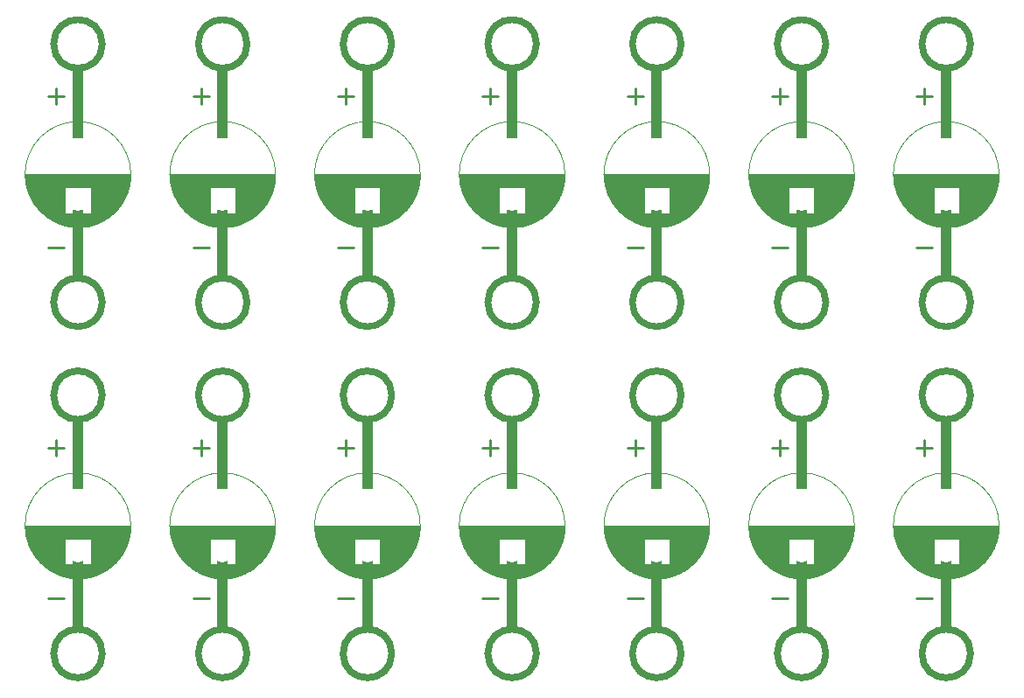
<source format=gbr>
%TF.GenerationSoftware,KiCad,Pcbnew,8.0.2*%
%TF.CreationDate,2024-06-26T22:57:20+07:00*%
%TF.ProjectId,Capacitor_Electrolyte_1000uF_25V_Panel,43617061-6369-4746-9f72-5f456c656374,rev?*%
%TF.SameCoordinates,Original*%
%TF.FileFunction,Legend,Top*%
%TF.FilePolarity,Positive*%
%FSLAX46Y46*%
G04 Gerber Fmt 4.6, Leading zero omitted, Abs format (unit mm)*
G04 Created by KiCad (PCBNEW 8.0.2) date 2024-06-26 22:57:20*
%MOMM*%
%LPD*%
G01*
G04 APERTURE LIST*
%ADD10C,0.250000*%
%ADD11C,0.700000*%
%ADD12C,1.000000*%
%ADD13C,0.120000*%
%ADD14C,4.000000*%
%ADD15R,2.000000X2.000000*%
%ADD16C,2.000000*%
G04 APERTURE END LIST*
D10*
X87140663Y-50555921D02*
X88664473Y-50555921D01*
X87902568Y-51317826D02*
X87902568Y-49794016D01*
X59140663Y-16555921D02*
X60664473Y-16555921D01*
X59902568Y-17317826D02*
X59902568Y-15794016D01*
X73140663Y-31188244D02*
X74664473Y-31188244D01*
X31140663Y-50555921D02*
X32664473Y-50555921D01*
X31902568Y-51317826D02*
X31902568Y-49794016D01*
X17140663Y-50555921D02*
X18664473Y-50555921D01*
X17902568Y-51317826D02*
X17902568Y-49794016D01*
X17140663Y-65188244D02*
X18664473Y-65188244D01*
X3140663Y-16555921D02*
X4664473Y-16555921D01*
X3902568Y-17317826D02*
X3902568Y-15794016D01*
X31140663Y-16555921D02*
X32664473Y-16555921D01*
X31902568Y-17317826D02*
X31902568Y-15794016D01*
X73140663Y-16555921D02*
X74664473Y-16555921D01*
X73902568Y-17317826D02*
X73902568Y-15794016D01*
X87140663Y-65188244D02*
X88664473Y-65188244D01*
X59140663Y-50555921D02*
X60664473Y-50555921D01*
X59902568Y-51317826D02*
X59902568Y-49794016D01*
X59140663Y-31188244D02*
X60664473Y-31188244D01*
X87140663Y-16555921D02*
X88664473Y-16555921D01*
X87902568Y-17317826D02*
X87902568Y-15794016D01*
X45140663Y-50555921D02*
X46664473Y-50555921D01*
X45902568Y-51317826D02*
X45902568Y-49794016D01*
X73140663Y-50555921D02*
X74664473Y-50555921D01*
X73902568Y-51317826D02*
X73902568Y-49794016D01*
X59140663Y-65188244D02*
X60664473Y-65188244D01*
X31140663Y-65188244D02*
X32664473Y-65188244D01*
X73140663Y-65188244D02*
X74664473Y-65188244D01*
X45140663Y-65188244D02*
X46664473Y-65188244D01*
X17140663Y-16555921D02*
X18664473Y-16555921D01*
X17902568Y-17317826D02*
X17902568Y-15794016D01*
X87140663Y-31188244D02*
X88664473Y-31188244D01*
X3140663Y-50555921D02*
X4664473Y-50555921D01*
X3902568Y-51317826D02*
X3902568Y-49794016D01*
X31140663Y-31188244D02*
X32664473Y-31188244D01*
X45140663Y-16555921D02*
X46664473Y-16555921D01*
X45902568Y-17317826D02*
X45902568Y-15794016D01*
X3140663Y-65188244D02*
X4664473Y-65188244D01*
X3140663Y-31188244D02*
X4664473Y-31188244D01*
X45140663Y-31188244D02*
X46664473Y-31188244D01*
X17140663Y-31188244D02*
X18664473Y-31188244D01*
D11*
X78350000Y-70500500D02*
G75*
G02*
X73650000Y-70500500I-2350000J0D01*
G01*
X73650000Y-70500500D02*
G75*
G02*
X78350000Y-70500500I2350000J0D01*
G01*
D12*
X48000000Y-61700500D02*
X48000000Y-68000500D01*
X6000000Y-20600500D02*
X6000000Y-14000500D01*
X34000000Y-27700500D02*
X34000000Y-34000500D01*
D11*
X92350000Y-11500500D02*
G75*
G02*
X87650000Y-11500500I-2350000J0D01*
G01*
X87650000Y-11500500D02*
G75*
G02*
X92350000Y-11500500I2350000J0D01*
G01*
X78350000Y-11500500D02*
G75*
G02*
X73650000Y-11500500I-2350000J0D01*
G01*
X73650000Y-11500500D02*
G75*
G02*
X78350000Y-11500500I2350000J0D01*
G01*
X92350000Y-70500500D02*
G75*
G02*
X87650000Y-70500500I-2350000J0D01*
G01*
X87650000Y-70500500D02*
G75*
G02*
X92350000Y-70500500I2350000J0D01*
G01*
X64350000Y-70500500D02*
G75*
G02*
X59650000Y-70500500I-2350000J0D01*
G01*
X59650000Y-70500500D02*
G75*
G02*
X64350000Y-70500500I2350000J0D01*
G01*
X92350000Y-45500500D02*
G75*
G02*
X87650000Y-45500500I-2350000J0D01*
G01*
X87650000Y-45500500D02*
G75*
G02*
X92350000Y-45500500I2350000J0D01*
G01*
D12*
X34000000Y-20600500D02*
X34000000Y-14000500D01*
X34000000Y-61700500D02*
X34000000Y-68000500D01*
D11*
X22350000Y-45500500D02*
G75*
G02*
X17650000Y-45500500I-2350000J0D01*
G01*
X17650000Y-45500500D02*
G75*
G02*
X22350000Y-45500500I2350000J0D01*
G01*
X92350000Y-36500500D02*
G75*
G02*
X87650000Y-36500500I-2350000J0D01*
G01*
X87650000Y-36500500D02*
G75*
G02*
X92350000Y-36500500I2350000J0D01*
G01*
X22350000Y-11500500D02*
G75*
G02*
X17650000Y-11500500I-2350000J0D01*
G01*
X17650000Y-11500500D02*
G75*
G02*
X22350000Y-11500500I2350000J0D01*
G01*
D12*
X90000000Y-20600500D02*
X90000000Y-14000500D01*
X20000000Y-54600500D02*
X20000000Y-48000500D01*
D11*
X64350000Y-11500500D02*
G75*
G02*
X59650000Y-11500500I-2350000J0D01*
G01*
X59650000Y-11500500D02*
G75*
G02*
X64350000Y-11500500I2350000J0D01*
G01*
X50350000Y-70500500D02*
G75*
G02*
X45650000Y-70500500I-2350000J0D01*
G01*
X45650000Y-70500500D02*
G75*
G02*
X50350000Y-70500500I2350000J0D01*
G01*
D12*
X76000000Y-27700500D02*
X76000000Y-34000500D01*
X20000000Y-27700500D02*
X20000000Y-34000500D01*
X20000000Y-20600500D02*
X20000000Y-14000500D01*
D11*
X50350000Y-11500500D02*
G75*
G02*
X45650000Y-11500500I-2350000J0D01*
G01*
X45650000Y-11500500D02*
G75*
G02*
X50350000Y-11500500I2350000J0D01*
G01*
D12*
X48000000Y-27700500D02*
X48000000Y-34000500D01*
D11*
X22350000Y-36500500D02*
G75*
G02*
X17650000Y-36500500I-2350000J0D01*
G01*
X17650000Y-36500500D02*
G75*
G02*
X22350000Y-36500500I2350000J0D01*
G01*
D12*
X90000000Y-27700500D02*
X90000000Y-34000500D01*
X62000000Y-54600500D02*
X62000000Y-48000500D01*
D11*
X64350000Y-36500500D02*
G75*
G02*
X59650000Y-36500500I-2350000J0D01*
G01*
X59650000Y-36500500D02*
G75*
G02*
X64350000Y-36500500I2350000J0D01*
G01*
D12*
X48000000Y-20600500D02*
X48000000Y-14000500D01*
X20000000Y-61700500D02*
X20000000Y-68000500D01*
X90000000Y-61700500D02*
X90000000Y-68000500D01*
D11*
X64350000Y-45500500D02*
G75*
G02*
X59650000Y-45500500I-2350000J0D01*
G01*
X59650000Y-45500500D02*
G75*
G02*
X64350000Y-45500500I2350000J0D01*
G01*
D12*
X6000000Y-61700500D02*
X6000000Y-68000500D01*
X6000000Y-54600500D02*
X6000000Y-48000500D01*
X76000000Y-20600500D02*
X76000000Y-14000500D01*
D11*
X50350000Y-45500500D02*
G75*
G02*
X45650000Y-45500500I-2350000J0D01*
G01*
X45650000Y-45500500D02*
G75*
G02*
X50350000Y-45500500I2350000J0D01*
G01*
X22350000Y-70500500D02*
G75*
G02*
X17650000Y-70500500I-2350000J0D01*
G01*
X17650000Y-70500500D02*
G75*
G02*
X22350000Y-70500500I2350000J0D01*
G01*
X50350000Y-36500500D02*
G75*
G02*
X45650000Y-36500500I-2350000J0D01*
G01*
X45650000Y-36500500D02*
G75*
G02*
X50350000Y-36500500I2350000J0D01*
G01*
X78350000Y-36500500D02*
G75*
G02*
X73650000Y-36500500I-2350000J0D01*
G01*
X73650000Y-36500500D02*
G75*
G02*
X78350000Y-36500500I2350000J0D01*
G01*
D12*
X34000000Y-54600500D02*
X34000000Y-48000500D01*
D11*
X8350000Y-11500500D02*
G75*
G02*
X3650000Y-11500500I-2350000J0D01*
G01*
X3650000Y-11500500D02*
G75*
G02*
X8350000Y-11500500I2350000J0D01*
G01*
X36350000Y-11500500D02*
G75*
G02*
X31650000Y-11500500I-2350000J0D01*
G01*
X31650000Y-11500500D02*
G75*
G02*
X36350000Y-11500500I2350000J0D01*
G01*
X36350000Y-45500500D02*
G75*
G02*
X31650000Y-45500500I-2350000J0D01*
G01*
X31650000Y-45500500D02*
G75*
G02*
X36350000Y-45500500I2350000J0D01*
G01*
X8350000Y-45500500D02*
G75*
G02*
X3650000Y-45500500I-2350000J0D01*
G01*
X3650000Y-45500500D02*
G75*
G02*
X8350000Y-45500500I2350000J0D01*
G01*
X8350000Y-70500500D02*
G75*
G02*
X3650000Y-70500500I-2350000J0D01*
G01*
X3650000Y-70500500D02*
G75*
G02*
X8350000Y-70500500I2350000J0D01*
G01*
X36350000Y-70500500D02*
G75*
G02*
X31650000Y-70500500I-2350000J0D01*
G01*
X31650000Y-70500500D02*
G75*
G02*
X36350000Y-70500500I2350000J0D01*
G01*
X8350000Y-36500500D02*
G75*
G02*
X3650000Y-36500500I-2350000J0D01*
G01*
X3650000Y-36500500D02*
G75*
G02*
X8350000Y-36500500I2350000J0D01*
G01*
X36350000Y-36500500D02*
G75*
G02*
X31650000Y-36500500I-2350000J0D01*
G01*
X31650000Y-36500500D02*
G75*
G02*
X36350000Y-36500500I2350000J0D01*
G01*
D12*
X62000000Y-61700500D02*
X62000000Y-68000500D01*
X76000000Y-54600500D02*
X76000000Y-48000500D01*
X62000000Y-27700500D02*
X62000000Y-34000500D01*
X76000000Y-61700500D02*
X76000000Y-68000500D01*
X6000000Y-27700500D02*
X6000000Y-34000500D01*
X90000000Y-54600500D02*
X90000000Y-48000500D01*
X48000000Y-54600500D02*
X48000000Y-48000500D01*
X62000000Y-20600500D02*
X62000000Y-14000500D01*
D11*
X78350000Y-45500500D02*
G75*
G02*
X73650000Y-45500500I-2350000J0D01*
G01*
X73650000Y-45500500D02*
G75*
G02*
X78350000Y-45500500I2350000J0D01*
G01*
D13*
%TO.C,C1*%
X18759000Y-59413823D02*
X15082000Y-59413823D01*
X18759000Y-59453823D02*
X15093000Y-59453823D01*
X18759000Y-59493823D02*
X15103000Y-59493823D01*
X18759000Y-59533823D02*
X15115000Y-59533823D01*
X18759000Y-59573823D02*
X15126000Y-59573823D01*
X18759000Y-59613823D02*
X15138000Y-59613823D01*
X18759000Y-59653823D02*
X15150000Y-59653823D01*
X18759000Y-59693823D02*
X15163000Y-59693823D01*
X18759000Y-59733823D02*
X15176000Y-59733823D01*
X18759000Y-59773823D02*
X15189000Y-59773823D01*
X18759000Y-59813823D02*
X15203000Y-59813823D01*
X18759000Y-59853823D02*
X15217000Y-59853823D01*
X18759000Y-59893823D02*
X15232000Y-59893823D01*
X18759000Y-59933823D02*
X15246000Y-59933823D01*
X18759000Y-59973823D02*
X15262000Y-59973823D01*
X18759000Y-60013823D02*
X15277000Y-60013823D01*
X18759000Y-60053823D02*
X15293000Y-60053823D01*
X18759000Y-60093823D02*
X15310000Y-60093823D01*
X18759000Y-60133823D02*
X15326000Y-60133823D01*
X18759000Y-60173823D02*
X15343000Y-60173823D01*
X18759000Y-60213823D02*
X15361000Y-60213823D01*
X18759000Y-60253823D02*
X15379000Y-60253823D01*
X18759000Y-60293823D02*
X15397000Y-60293823D01*
X18759000Y-60333823D02*
X15416000Y-60333823D01*
X18759000Y-60373823D02*
X15436000Y-60373823D01*
X18759000Y-60413823D02*
X15455000Y-60413823D01*
X18759000Y-60453823D02*
X15475000Y-60453823D01*
X18759000Y-60493823D02*
X15496000Y-60493823D01*
X18759000Y-60533823D02*
X15517000Y-60533823D01*
X18759000Y-60573823D02*
X15538000Y-60573823D01*
X18759000Y-60613823D02*
X15560000Y-60613823D01*
X18759000Y-60653823D02*
X15583000Y-60653823D01*
X18759000Y-60693823D02*
X15605000Y-60693823D01*
X18759000Y-60733823D02*
X15629000Y-60733823D01*
X18759000Y-60773823D02*
X15653000Y-60773823D01*
X18759000Y-60813823D02*
X15677000Y-60813823D01*
X18759000Y-60853823D02*
X15702000Y-60853823D01*
X18759000Y-60893823D02*
X15727000Y-60893823D01*
X18759000Y-60933823D02*
X15753000Y-60933823D01*
X18759000Y-60973823D02*
X15779000Y-60973823D01*
X18759000Y-61013823D02*
X15806000Y-61013823D01*
X18759000Y-61053823D02*
X15834000Y-61053823D01*
X18759000Y-61093823D02*
X15862000Y-61093823D01*
X18759000Y-61133823D02*
X15890000Y-61133823D01*
X18759000Y-61173823D02*
X15920000Y-61173823D01*
X18759000Y-61213823D02*
X15950000Y-61213823D01*
X18759000Y-61253823D02*
X15980000Y-61253823D01*
X18759000Y-61293823D02*
X16011000Y-61293823D01*
X18759000Y-61333823D02*
X16043000Y-61333823D01*
X18759000Y-61373823D02*
X16075000Y-61373823D01*
X18759000Y-61413823D02*
X16108000Y-61413823D01*
X18759000Y-61453823D02*
X16142000Y-61453823D01*
X18759000Y-61493823D02*
X16176000Y-61493823D01*
X18759000Y-61533823D02*
X16211000Y-61533823D01*
X18759000Y-61573823D02*
X16247000Y-61573823D01*
X18759000Y-61613823D02*
X16284000Y-61613823D01*
X18759000Y-61653823D02*
X16321000Y-61653823D01*
X18759000Y-61693823D02*
X16360000Y-61693823D01*
X18759000Y-61733823D02*
X16399000Y-61733823D01*
X18759000Y-61773823D02*
X16439000Y-61773823D01*
X18759000Y-61813823D02*
X16480000Y-61813823D01*
X18759000Y-61853823D02*
X16522000Y-61853823D01*
X20599000Y-63213823D02*
X19401000Y-63213823D01*
X20862000Y-63173823D02*
X19138000Y-63173823D01*
X21062000Y-63133823D02*
X18938000Y-63133823D01*
X21230000Y-63093823D02*
X18770000Y-63093823D01*
X21378000Y-63053823D02*
X18622000Y-63053823D01*
X21510000Y-63013823D02*
X18490000Y-63013823D01*
X21630000Y-62973823D02*
X18370000Y-62973823D01*
X21742000Y-62933823D02*
X18258000Y-62933823D01*
X21846000Y-62893823D02*
X18154000Y-62893823D01*
X21944000Y-62853823D02*
X18056000Y-62853823D01*
X22037000Y-62813823D02*
X17963000Y-62813823D01*
X22125000Y-62773823D02*
X17875000Y-62773823D01*
X22209000Y-62733823D02*
X17791000Y-62733823D01*
X22289000Y-62693823D02*
X17711000Y-62693823D01*
X22365000Y-62653823D02*
X17635000Y-62653823D01*
X22439000Y-62613823D02*
X17561000Y-62613823D01*
X22510000Y-62573823D02*
X17490000Y-62573823D01*
X22579000Y-62533823D02*
X17421000Y-62533823D01*
X22645000Y-62493823D02*
X17355000Y-62493823D01*
X22709000Y-62453823D02*
X17291000Y-62453823D01*
X22770000Y-62413823D02*
X17230000Y-62413823D01*
X22830000Y-62373823D02*
X17170000Y-62373823D01*
X22889000Y-62333823D02*
X17111000Y-62333823D01*
X22945000Y-62293823D02*
X17055000Y-62293823D01*
X23000000Y-62253823D02*
X17000000Y-62253823D01*
X23054000Y-62213823D02*
X16946000Y-62213823D01*
X23106000Y-62173823D02*
X16894000Y-62173823D01*
X23156000Y-62133823D02*
X16844000Y-62133823D01*
X23206000Y-62093823D02*
X16794000Y-62093823D01*
X23254000Y-62053823D02*
X16746000Y-62053823D01*
X23301000Y-62013823D02*
X16699000Y-62013823D01*
X23347000Y-61973823D02*
X16653000Y-61973823D01*
X23392000Y-61933823D02*
X16608000Y-61933823D01*
X23436000Y-61893823D02*
X16564000Y-61893823D01*
X23478000Y-61853823D02*
X21241000Y-61853823D01*
X23520000Y-61813823D02*
X21241000Y-61813823D01*
X23561000Y-61773823D02*
X21241000Y-61773823D01*
X23601000Y-61733823D02*
X21241000Y-61733823D01*
X23640000Y-61693823D02*
X21241000Y-61693823D01*
X23679000Y-61653823D02*
X21241000Y-61653823D01*
X23716000Y-61613823D02*
X21241000Y-61613823D01*
X23753000Y-61573823D02*
X21241000Y-61573823D01*
X23789000Y-61533823D02*
X21241000Y-61533823D01*
X23824000Y-61493823D02*
X21241000Y-61493823D01*
X23858000Y-61453823D02*
X21241000Y-61453823D01*
X23892000Y-61413823D02*
X21241000Y-61413823D01*
X23925000Y-61373823D02*
X21241000Y-61373823D01*
X23957000Y-61333823D02*
X21241000Y-61333823D01*
X23989000Y-61293823D02*
X21241000Y-61293823D01*
X24020000Y-61253823D02*
X21241000Y-61253823D01*
X24050000Y-61213823D02*
X21241000Y-61213823D01*
X24080000Y-61173823D02*
X21241000Y-61173823D01*
X24110000Y-61133823D02*
X21241000Y-61133823D01*
X24138000Y-61093823D02*
X21241000Y-61093823D01*
X24166000Y-61053823D02*
X21241000Y-61053823D01*
X24194000Y-61013823D02*
X21241000Y-61013823D01*
X24221000Y-60973823D02*
X21241000Y-60973823D01*
X24247000Y-60933823D02*
X21241000Y-60933823D01*
X24273000Y-60893823D02*
X21241000Y-60893823D01*
X24298000Y-60853823D02*
X21241000Y-60853823D01*
X24323000Y-60813823D02*
X21241000Y-60813823D01*
X24347000Y-60773823D02*
X21241000Y-60773823D01*
X24371000Y-60733823D02*
X21241000Y-60733823D01*
X24395000Y-60693823D02*
X21241000Y-60693823D01*
X24417000Y-60653823D02*
X21241000Y-60653823D01*
X24440000Y-60613823D02*
X21241000Y-60613823D01*
X24462000Y-60573823D02*
X21241000Y-60573823D01*
X24483000Y-60533823D02*
X21241000Y-60533823D01*
X24504000Y-60493823D02*
X21241000Y-60493823D01*
X24525000Y-60453823D02*
X21241000Y-60453823D01*
X24545000Y-60413823D02*
X21241000Y-60413823D01*
X24564000Y-60373823D02*
X21241000Y-60373823D01*
X24584000Y-60333823D02*
X21241000Y-60333823D01*
X24603000Y-60293823D02*
X21241000Y-60293823D01*
X24621000Y-60253823D02*
X21241000Y-60253823D01*
X24639000Y-60213823D02*
X21241000Y-60213823D01*
X24657000Y-60173823D02*
X21241000Y-60173823D01*
X24674000Y-60133823D02*
X21241000Y-60133823D01*
X24690000Y-60093823D02*
X21241000Y-60093823D01*
X24707000Y-60053823D02*
X21241000Y-60053823D01*
X24723000Y-60013823D02*
X21241000Y-60013823D01*
X24738000Y-59973823D02*
X21241000Y-59973823D01*
X24754000Y-59933823D02*
X21241000Y-59933823D01*
X24768000Y-59893823D02*
X21241000Y-59893823D01*
X24783000Y-59853823D02*
X21241000Y-59853823D01*
X24797000Y-59813823D02*
X21241000Y-59813823D01*
X24811000Y-59773823D02*
X21241000Y-59773823D01*
X24824000Y-59733823D02*
X21241000Y-59733823D01*
X24837000Y-59693823D02*
X21241000Y-59693823D01*
X24850000Y-59653823D02*
X21241000Y-59653823D01*
X24862000Y-59613823D02*
X21241000Y-59613823D01*
X24874000Y-59573823D02*
X21241000Y-59573823D01*
X24885000Y-59533823D02*
X21241000Y-59533823D01*
X24897000Y-59493823D02*
X21241000Y-59493823D01*
X24907000Y-59453823D02*
X21241000Y-59453823D01*
X24918000Y-59413823D02*
X21241000Y-59413823D01*
X24928000Y-59373823D02*
X15072000Y-59373823D01*
X24938000Y-59333823D02*
X15062000Y-59333823D01*
X24947000Y-59293823D02*
X15053000Y-59293823D01*
X24956000Y-59253823D02*
X15044000Y-59253823D01*
X24965000Y-59213823D02*
X15035000Y-59213823D01*
X24974000Y-59173823D02*
X15026000Y-59173823D01*
X24982000Y-59133823D02*
X15018000Y-59133823D01*
X24990000Y-59093823D02*
X15010000Y-59093823D01*
X24997000Y-59053823D02*
X15003000Y-59053823D01*
X25004000Y-59013823D02*
X14996000Y-59013823D01*
X25011000Y-58973823D02*
X14989000Y-58973823D01*
X25018000Y-58933823D02*
X14982000Y-58933823D01*
X25024000Y-58893823D02*
X14976000Y-58893823D01*
X25030000Y-58853823D02*
X14970000Y-58853823D01*
X25035000Y-58812823D02*
X14965000Y-58812823D01*
X25040000Y-58772823D02*
X14960000Y-58772823D01*
X25045000Y-58732823D02*
X14955000Y-58732823D01*
X25050000Y-58692823D02*
X14950000Y-58692823D01*
X25054000Y-58652823D02*
X14946000Y-58652823D01*
X25058000Y-58612823D02*
X14942000Y-58612823D01*
X25062000Y-58572823D02*
X14938000Y-58572823D01*
X25065000Y-58532823D02*
X14935000Y-58532823D01*
X25068000Y-58492823D02*
X14932000Y-58492823D01*
X25070000Y-58452823D02*
X14930000Y-58452823D01*
X25073000Y-58412823D02*
X14927000Y-58412823D01*
X25075000Y-58372823D02*
X14925000Y-58372823D01*
X25077000Y-58332823D02*
X14923000Y-58332823D01*
X25078000Y-58292823D02*
X14922000Y-58292823D01*
X25079000Y-58252823D02*
X14921000Y-58252823D01*
X25080000Y-58132823D02*
X14920000Y-58132823D01*
X25080000Y-58172823D02*
X14920000Y-58172823D01*
X25080000Y-58212823D02*
X14920000Y-58212823D01*
X25120000Y-58132823D02*
G75*
G02*
X14880000Y-58132823I-5120000J0D01*
G01*
X14880000Y-58132823D02*
G75*
G02*
X25120000Y-58132823I5120000J0D01*
G01*
X4759000Y-59413823D02*
X1082000Y-59413823D01*
X4759000Y-59453823D02*
X1093000Y-59453823D01*
X4759000Y-59493823D02*
X1103000Y-59493823D01*
X4759000Y-59533823D02*
X1115000Y-59533823D01*
X4759000Y-59573823D02*
X1126000Y-59573823D01*
X4759000Y-59613823D02*
X1138000Y-59613823D01*
X4759000Y-59653823D02*
X1150000Y-59653823D01*
X4759000Y-59693823D02*
X1163000Y-59693823D01*
X4759000Y-59733823D02*
X1176000Y-59733823D01*
X4759000Y-59773823D02*
X1189000Y-59773823D01*
X4759000Y-59813823D02*
X1203000Y-59813823D01*
X4759000Y-59853823D02*
X1217000Y-59853823D01*
X4759000Y-59893823D02*
X1232000Y-59893823D01*
X4759000Y-59933823D02*
X1246000Y-59933823D01*
X4759000Y-59973823D02*
X1262000Y-59973823D01*
X4759000Y-60013823D02*
X1277000Y-60013823D01*
X4759000Y-60053823D02*
X1293000Y-60053823D01*
X4759000Y-60093823D02*
X1310000Y-60093823D01*
X4759000Y-60133823D02*
X1326000Y-60133823D01*
X4759000Y-60173823D02*
X1343000Y-60173823D01*
X4759000Y-60213823D02*
X1361000Y-60213823D01*
X4759000Y-60253823D02*
X1379000Y-60253823D01*
X4759000Y-60293823D02*
X1397000Y-60293823D01*
X4759000Y-60333823D02*
X1416000Y-60333823D01*
X4759000Y-60373823D02*
X1436000Y-60373823D01*
X4759000Y-60413823D02*
X1455000Y-60413823D01*
X4759000Y-60453823D02*
X1475000Y-60453823D01*
X4759000Y-60493823D02*
X1496000Y-60493823D01*
X4759000Y-60533823D02*
X1517000Y-60533823D01*
X4759000Y-60573823D02*
X1538000Y-60573823D01*
X4759000Y-60613823D02*
X1560000Y-60613823D01*
X4759000Y-60653823D02*
X1583000Y-60653823D01*
X4759000Y-60693823D02*
X1605000Y-60693823D01*
X4759000Y-60733823D02*
X1629000Y-60733823D01*
X4759000Y-60773823D02*
X1653000Y-60773823D01*
X4759000Y-60813823D02*
X1677000Y-60813823D01*
X4759000Y-60853823D02*
X1702000Y-60853823D01*
X4759000Y-60893823D02*
X1727000Y-60893823D01*
X4759000Y-60933823D02*
X1753000Y-60933823D01*
X4759000Y-60973823D02*
X1779000Y-60973823D01*
X4759000Y-61013823D02*
X1806000Y-61013823D01*
X4759000Y-61053823D02*
X1834000Y-61053823D01*
X4759000Y-61093823D02*
X1862000Y-61093823D01*
X4759000Y-61133823D02*
X1890000Y-61133823D01*
X4759000Y-61173823D02*
X1920000Y-61173823D01*
X4759000Y-61213823D02*
X1950000Y-61213823D01*
X4759000Y-61253823D02*
X1980000Y-61253823D01*
X4759000Y-61293823D02*
X2011000Y-61293823D01*
X4759000Y-61333823D02*
X2043000Y-61333823D01*
X4759000Y-61373823D02*
X2075000Y-61373823D01*
X4759000Y-61413823D02*
X2108000Y-61413823D01*
X4759000Y-61453823D02*
X2142000Y-61453823D01*
X4759000Y-61493823D02*
X2176000Y-61493823D01*
X4759000Y-61533823D02*
X2211000Y-61533823D01*
X4759000Y-61573823D02*
X2247000Y-61573823D01*
X4759000Y-61613823D02*
X2284000Y-61613823D01*
X4759000Y-61653823D02*
X2321000Y-61653823D01*
X4759000Y-61693823D02*
X2360000Y-61693823D01*
X4759000Y-61733823D02*
X2399000Y-61733823D01*
X4759000Y-61773823D02*
X2439000Y-61773823D01*
X4759000Y-61813823D02*
X2480000Y-61813823D01*
X4759000Y-61853823D02*
X2522000Y-61853823D01*
X6599000Y-63213823D02*
X5401000Y-63213823D01*
X6862000Y-63173823D02*
X5138000Y-63173823D01*
X7062000Y-63133823D02*
X4938000Y-63133823D01*
X7230000Y-63093823D02*
X4770000Y-63093823D01*
X7378000Y-63053823D02*
X4622000Y-63053823D01*
X7510000Y-63013823D02*
X4490000Y-63013823D01*
X7630000Y-62973823D02*
X4370000Y-62973823D01*
X7742000Y-62933823D02*
X4258000Y-62933823D01*
X7846000Y-62893823D02*
X4154000Y-62893823D01*
X7944000Y-62853823D02*
X4056000Y-62853823D01*
X8037000Y-62813823D02*
X3963000Y-62813823D01*
X8125000Y-62773823D02*
X3875000Y-62773823D01*
X8209000Y-62733823D02*
X3791000Y-62733823D01*
X8289000Y-62693823D02*
X3711000Y-62693823D01*
X8365000Y-62653823D02*
X3635000Y-62653823D01*
X8439000Y-62613823D02*
X3561000Y-62613823D01*
X8510000Y-62573823D02*
X3490000Y-62573823D01*
X8579000Y-62533823D02*
X3421000Y-62533823D01*
X8645000Y-62493823D02*
X3355000Y-62493823D01*
X8709000Y-62453823D02*
X3291000Y-62453823D01*
X8770000Y-62413823D02*
X3230000Y-62413823D01*
X8830000Y-62373823D02*
X3170000Y-62373823D01*
X8889000Y-62333823D02*
X3111000Y-62333823D01*
X8945000Y-62293823D02*
X3055000Y-62293823D01*
X9000000Y-62253823D02*
X3000000Y-62253823D01*
X9054000Y-62213823D02*
X2946000Y-62213823D01*
X9106000Y-62173823D02*
X2894000Y-62173823D01*
X9156000Y-62133823D02*
X2844000Y-62133823D01*
X9206000Y-62093823D02*
X2794000Y-62093823D01*
X9254000Y-62053823D02*
X2746000Y-62053823D01*
X9301000Y-62013823D02*
X2699000Y-62013823D01*
X9347000Y-61973823D02*
X2653000Y-61973823D01*
X9392000Y-61933823D02*
X2608000Y-61933823D01*
X9436000Y-61893823D02*
X2564000Y-61893823D01*
X9478000Y-61853823D02*
X7241000Y-61853823D01*
X9520000Y-61813823D02*
X7241000Y-61813823D01*
X9561000Y-61773823D02*
X7241000Y-61773823D01*
X9601000Y-61733823D02*
X7241000Y-61733823D01*
X9640000Y-61693823D02*
X7241000Y-61693823D01*
X9679000Y-61653823D02*
X7241000Y-61653823D01*
X9716000Y-61613823D02*
X7241000Y-61613823D01*
X9753000Y-61573823D02*
X7241000Y-61573823D01*
X9789000Y-61533823D02*
X7241000Y-61533823D01*
X9824000Y-61493823D02*
X7241000Y-61493823D01*
X9858000Y-61453823D02*
X7241000Y-61453823D01*
X9892000Y-61413823D02*
X7241000Y-61413823D01*
X9925000Y-61373823D02*
X7241000Y-61373823D01*
X9957000Y-61333823D02*
X7241000Y-61333823D01*
X9989000Y-61293823D02*
X7241000Y-61293823D01*
X10020000Y-61253823D02*
X7241000Y-61253823D01*
X10050000Y-61213823D02*
X7241000Y-61213823D01*
X10080000Y-61173823D02*
X7241000Y-61173823D01*
X10110000Y-61133823D02*
X7241000Y-61133823D01*
X10138000Y-61093823D02*
X7241000Y-61093823D01*
X10166000Y-61053823D02*
X7241000Y-61053823D01*
X10194000Y-61013823D02*
X7241000Y-61013823D01*
X10221000Y-60973823D02*
X7241000Y-60973823D01*
X10247000Y-60933823D02*
X7241000Y-60933823D01*
X10273000Y-60893823D02*
X7241000Y-60893823D01*
X10298000Y-60853823D02*
X7241000Y-60853823D01*
X10323000Y-60813823D02*
X7241000Y-60813823D01*
X10347000Y-60773823D02*
X7241000Y-60773823D01*
X10371000Y-60733823D02*
X7241000Y-60733823D01*
X10395000Y-60693823D02*
X7241000Y-60693823D01*
X10417000Y-60653823D02*
X7241000Y-60653823D01*
X10440000Y-60613823D02*
X7241000Y-60613823D01*
X10462000Y-60573823D02*
X7241000Y-60573823D01*
X10483000Y-60533823D02*
X7241000Y-60533823D01*
X10504000Y-60493823D02*
X7241000Y-60493823D01*
X10525000Y-60453823D02*
X7241000Y-60453823D01*
X10545000Y-60413823D02*
X7241000Y-60413823D01*
X10564000Y-60373823D02*
X7241000Y-60373823D01*
X10584000Y-60333823D02*
X7241000Y-60333823D01*
X10603000Y-60293823D02*
X7241000Y-60293823D01*
X10621000Y-60253823D02*
X7241000Y-60253823D01*
X10639000Y-60213823D02*
X7241000Y-60213823D01*
X10657000Y-60173823D02*
X7241000Y-60173823D01*
X10674000Y-60133823D02*
X7241000Y-60133823D01*
X10690000Y-60093823D02*
X7241000Y-60093823D01*
X10707000Y-60053823D02*
X7241000Y-60053823D01*
X10723000Y-60013823D02*
X7241000Y-60013823D01*
X10738000Y-59973823D02*
X7241000Y-59973823D01*
X10754000Y-59933823D02*
X7241000Y-59933823D01*
X10768000Y-59893823D02*
X7241000Y-59893823D01*
X10783000Y-59853823D02*
X7241000Y-59853823D01*
X10797000Y-59813823D02*
X7241000Y-59813823D01*
X10811000Y-59773823D02*
X7241000Y-59773823D01*
X10824000Y-59733823D02*
X7241000Y-59733823D01*
X10837000Y-59693823D02*
X7241000Y-59693823D01*
X10850000Y-59653823D02*
X7241000Y-59653823D01*
X10862000Y-59613823D02*
X7241000Y-59613823D01*
X10874000Y-59573823D02*
X7241000Y-59573823D01*
X10885000Y-59533823D02*
X7241000Y-59533823D01*
X10897000Y-59493823D02*
X7241000Y-59493823D01*
X10907000Y-59453823D02*
X7241000Y-59453823D01*
X10918000Y-59413823D02*
X7241000Y-59413823D01*
X10928000Y-59373823D02*
X1072000Y-59373823D01*
X10938000Y-59333823D02*
X1062000Y-59333823D01*
X10947000Y-59293823D02*
X1053000Y-59293823D01*
X10956000Y-59253823D02*
X1044000Y-59253823D01*
X10965000Y-59213823D02*
X1035000Y-59213823D01*
X10974000Y-59173823D02*
X1026000Y-59173823D01*
X10982000Y-59133823D02*
X1018000Y-59133823D01*
X10990000Y-59093823D02*
X1010000Y-59093823D01*
X10997000Y-59053823D02*
X1003000Y-59053823D01*
X11004000Y-59013823D02*
X996000Y-59013823D01*
X11011000Y-58973823D02*
X989000Y-58973823D01*
X11018000Y-58933823D02*
X982000Y-58933823D01*
X11024000Y-58893823D02*
X976000Y-58893823D01*
X11030000Y-58853823D02*
X970000Y-58853823D01*
X11035000Y-58812823D02*
X965000Y-58812823D01*
X11040000Y-58772823D02*
X960000Y-58772823D01*
X11045000Y-58732823D02*
X955000Y-58732823D01*
X11050000Y-58692823D02*
X950000Y-58692823D01*
X11054000Y-58652823D02*
X946000Y-58652823D01*
X11058000Y-58612823D02*
X942000Y-58612823D01*
X11062000Y-58572823D02*
X938000Y-58572823D01*
X11065000Y-58532823D02*
X935000Y-58532823D01*
X11068000Y-58492823D02*
X932000Y-58492823D01*
X11070000Y-58452823D02*
X930000Y-58452823D01*
X11073000Y-58412823D02*
X927000Y-58412823D01*
X11075000Y-58372823D02*
X925000Y-58372823D01*
X11077000Y-58332823D02*
X923000Y-58332823D01*
X11078000Y-58292823D02*
X922000Y-58292823D01*
X11079000Y-58252823D02*
X921000Y-58252823D01*
X11080000Y-58132823D02*
X920000Y-58132823D01*
X11080000Y-58172823D02*
X920000Y-58172823D01*
X11080000Y-58212823D02*
X920000Y-58212823D01*
X11120000Y-58132823D02*
G75*
G02*
X880000Y-58132823I-5120000J0D01*
G01*
X880000Y-58132823D02*
G75*
G02*
X11120000Y-58132823I5120000J0D01*
G01*
X74759000Y-59413823D02*
X71082000Y-59413823D01*
X74759000Y-59453823D02*
X71093000Y-59453823D01*
X74759000Y-59493823D02*
X71103000Y-59493823D01*
X74759000Y-59533823D02*
X71115000Y-59533823D01*
X74759000Y-59573823D02*
X71126000Y-59573823D01*
X74759000Y-59613823D02*
X71138000Y-59613823D01*
X74759000Y-59653823D02*
X71150000Y-59653823D01*
X74759000Y-59693823D02*
X71163000Y-59693823D01*
X74759000Y-59733823D02*
X71176000Y-59733823D01*
X74759000Y-59773823D02*
X71189000Y-59773823D01*
X74759000Y-59813823D02*
X71203000Y-59813823D01*
X74759000Y-59853823D02*
X71217000Y-59853823D01*
X74759000Y-59893823D02*
X71232000Y-59893823D01*
X74759000Y-59933823D02*
X71246000Y-59933823D01*
X74759000Y-59973823D02*
X71262000Y-59973823D01*
X74759000Y-60013823D02*
X71277000Y-60013823D01*
X74759000Y-60053823D02*
X71293000Y-60053823D01*
X74759000Y-60093823D02*
X71310000Y-60093823D01*
X74759000Y-60133823D02*
X71326000Y-60133823D01*
X74759000Y-60173823D02*
X71343000Y-60173823D01*
X74759000Y-60213823D02*
X71361000Y-60213823D01*
X74759000Y-60253823D02*
X71379000Y-60253823D01*
X74759000Y-60293823D02*
X71397000Y-60293823D01*
X74759000Y-60333823D02*
X71416000Y-60333823D01*
X74759000Y-60373823D02*
X71436000Y-60373823D01*
X74759000Y-60413823D02*
X71455000Y-60413823D01*
X74759000Y-60453823D02*
X71475000Y-60453823D01*
X74759000Y-60493823D02*
X71496000Y-60493823D01*
X74759000Y-60533823D02*
X71517000Y-60533823D01*
X74759000Y-60573823D02*
X71538000Y-60573823D01*
X74759000Y-60613823D02*
X71560000Y-60613823D01*
X74759000Y-60653823D02*
X71583000Y-60653823D01*
X74759000Y-60693823D02*
X71605000Y-60693823D01*
X74759000Y-60733823D02*
X71629000Y-60733823D01*
X74759000Y-60773823D02*
X71653000Y-60773823D01*
X74759000Y-60813823D02*
X71677000Y-60813823D01*
X74759000Y-60853823D02*
X71702000Y-60853823D01*
X74759000Y-60893823D02*
X71727000Y-60893823D01*
X74759000Y-60933823D02*
X71753000Y-60933823D01*
X74759000Y-60973823D02*
X71779000Y-60973823D01*
X74759000Y-61013823D02*
X71806000Y-61013823D01*
X74759000Y-61053823D02*
X71834000Y-61053823D01*
X74759000Y-61093823D02*
X71862000Y-61093823D01*
X74759000Y-61133823D02*
X71890000Y-61133823D01*
X74759000Y-61173823D02*
X71920000Y-61173823D01*
X74759000Y-61213823D02*
X71950000Y-61213823D01*
X74759000Y-61253823D02*
X71980000Y-61253823D01*
X74759000Y-61293823D02*
X72011000Y-61293823D01*
X74759000Y-61333823D02*
X72043000Y-61333823D01*
X74759000Y-61373823D02*
X72075000Y-61373823D01*
X74759000Y-61413823D02*
X72108000Y-61413823D01*
X74759000Y-61453823D02*
X72142000Y-61453823D01*
X74759000Y-61493823D02*
X72176000Y-61493823D01*
X74759000Y-61533823D02*
X72211000Y-61533823D01*
X74759000Y-61573823D02*
X72247000Y-61573823D01*
X74759000Y-61613823D02*
X72284000Y-61613823D01*
X74759000Y-61653823D02*
X72321000Y-61653823D01*
X74759000Y-61693823D02*
X72360000Y-61693823D01*
X74759000Y-61733823D02*
X72399000Y-61733823D01*
X74759000Y-61773823D02*
X72439000Y-61773823D01*
X74759000Y-61813823D02*
X72480000Y-61813823D01*
X74759000Y-61853823D02*
X72522000Y-61853823D01*
X76599000Y-63213823D02*
X75401000Y-63213823D01*
X76862000Y-63173823D02*
X75138000Y-63173823D01*
X77062000Y-63133823D02*
X74938000Y-63133823D01*
X77230000Y-63093823D02*
X74770000Y-63093823D01*
X77378000Y-63053823D02*
X74622000Y-63053823D01*
X77510000Y-63013823D02*
X74490000Y-63013823D01*
X77630000Y-62973823D02*
X74370000Y-62973823D01*
X77742000Y-62933823D02*
X74258000Y-62933823D01*
X77846000Y-62893823D02*
X74154000Y-62893823D01*
X77944000Y-62853823D02*
X74056000Y-62853823D01*
X78037000Y-62813823D02*
X73963000Y-62813823D01*
X78125000Y-62773823D02*
X73875000Y-62773823D01*
X78209000Y-62733823D02*
X73791000Y-62733823D01*
X78289000Y-62693823D02*
X73711000Y-62693823D01*
X78365000Y-62653823D02*
X73635000Y-62653823D01*
X78439000Y-62613823D02*
X73561000Y-62613823D01*
X78510000Y-62573823D02*
X73490000Y-62573823D01*
X78579000Y-62533823D02*
X73421000Y-62533823D01*
X78645000Y-62493823D02*
X73355000Y-62493823D01*
X78709000Y-62453823D02*
X73291000Y-62453823D01*
X78770000Y-62413823D02*
X73230000Y-62413823D01*
X78830000Y-62373823D02*
X73170000Y-62373823D01*
X78889000Y-62333823D02*
X73111000Y-62333823D01*
X78945000Y-62293823D02*
X73055000Y-62293823D01*
X79000000Y-62253823D02*
X73000000Y-62253823D01*
X79054000Y-62213823D02*
X72946000Y-62213823D01*
X79106000Y-62173823D02*
X72894000Y-62173823D01*
X79156000Y-62133823D02*
X72844000Y-62133823D01*
X79206000Y-62093823D02*
X72794000Y-62093823D01*
X79254000Y-62053823D02*
X72746000Y-62053823D01*
X79301000Y-62013823D02*
X72699000Y-62013823D01*
X79347000Y-61973823D02*
X72653000Y-61973823D01*
X79392000Y-61933823D02*
X72608000Y-61933823D01*
X79436000Y-61893823D02*
X72564000Y-61893823D01*
X79478000Y-61853823D02*
X77241000Y-61853823D01*
X79520000Y-61813823D02*
X77241000Y-61813823D01*
X79561000Y-61773823D02*
X77241000Y-61773823D01*
X79601000Y-61733823D02*
X77241000Y-61733823D01*
X79640000Y-61693823D02*
X77241000Y-61693823D01*
X79679000Y-61653823D02*
X77241000Y-61653823D01*
X79716000Y-61613823D02*
X77241000Y-61613823D01*
X79753000Y-61573823D02*
X77241000Y-61573823D01*
X79789000Y-61533823D02*
X77241000Y-61533823D01*
X79824000Y-61493823D02*
X77241000Y-61493823D01*
X79858000Y-61453823D02*
X77241000Y-61453823D01*
X79892000Y-61413823D02*
X77241000Y-61413823D01*
X79925000Y-61373823D02*
X77241000Y-61373823D01*
X79957000Y-61333823D02*
X77241000Y-61333823D01*
X79989000Y-61293823D02*
X77241000Y-61293823D01*
X80020000Y-61253823D02*
X77241000Y-61253823D01*
X80050000Y-61213823D02*
X77241000Y-61213823D01*
X80080000Y-61173823D02*
X77241000Y-61173823D01*
X80110000Y-61133823D02*
X77241000Y-61133823D01*
X80138000Y-61093823D02*
X77241000Y-61093823D01*
X80166000Y-61053823D02*
X77241000Y-61053823D01*
X80194000Y-61013823D02*
X77241000Y-61013823D01*
X80221000Y-60973823D02*
X77241000Y-60973823D01*
X80247000Y-60933823D02*
X77241000Y-60933823D01*
X80273000Y-60893823D02*
X77241000Y-60893823D01*
X80298000Y-60853823D02*
X77241000Y-60853823D01*
X80323000Y-60813823D02*
X77241000Y-60813823D01*
X80347000Y-60773823D02*
X77241000Y-60773823D01*
X80371000Y-60733823D02*
X77241000Y-60733823D01*
X80395000Y-60693823D02*
X77241000Y-60693823D01*
X80417000Y-60653823D02*
X77241000Y-60653823D01*
X80440000Y-60613823D02*
X77241000Y-60613823D01*
X80462000Y-60573823D02*
X77241000Y-60573823D01*
X80483000Y-60533823D02*
X77241000Y-60533823D01*
X80504000Y-60493823D02*
X77241000Y-60493823D01*
X80525000Y-60453823D02*
X77241000Y-60453823D01*
X80545000Y-60413823D02*
X77241000Y-60413823D01*
X80564000Y-60373823D02*
X77241000Y-60373823D01*
X80584000Y-60333823D02*
X77241000Y-60333823D01*
X80603000Y-60293823D02*
X77241000Y-60293823D01*
X80621000Y-60253823D02*
X77241000Y-60253823D01*
X80639000Y-60213823D02*
X77241000Y-60213823D01*
X80657000Y-60173823D02*
X77241000Y-60173823D01*
X80674000Y-60133823D02*
X77241000Y-60133823D01*
X80690000Y-60093823D02*
X77241000Y-60093823D01*
X80707000Y-60053823D02*
X77241000Y-60053823D01*
X80723000Y-60013823D02*
X77241000Y-60013823D01*
X80738000Y-59973823D02*
X77241000Y-59973823D01*
X80754000Y-59933823D02*
X77241000Y-59933823D01*
X80768000Y-59893823D02*
X77241000Y-59893823D01*
X80783000Y-59853823D02*
X77241000Y-59853823D01*
X80797000Y-59813823D02*
X77241000Y-59813823D01*
X80811000Y-59773823D02*
X77241000Y-59773823D01*
X80824000Y-59733823D02*
X77241000Y-59733823D01*
X80837000Y-59693823D02*
X77241000Y-59693823D01*
X80850000Y-59653823D02*
X77241000Y-59653823D01*
X80862000Y-59613823D02*
X77241000Y-59613823D01*
X80874000Y-59573823D02*
X77241000Y-59573823D01*
X80885000Y-59533823D02*
X77241000Y-59533823D01*
X80897000Y-59493823D02*
X77241000Y-59493823D01*
X80907000Y-59453823D02*
X77241000Y-59453823D01*
X80918000Y-59413823D02*
X77241000Y-59413823D01*
X80928000Y-59373823D02*
X71072000Y-59373823D01*
X80938000Y-59333823D02*
X71062000Y-59333823D01*
X80947000Y-59293823D02*
X71053000Y-59293823D01*
X80956000Y-59253823D02*
X71044000Y-59253823D01*
X80965000Y-59213823D02*
X71035000Y-59213823D01*
X80974000Y-59173823D02*
X71026000Y-59173823D01*
X80982000Y-59133823D02*
X71018000Y-59133823D01*
X80990000Y-59093823D02*
X71010000Y-59093823D01*
X80997000Y-59053823D02*
X71003000Y-59053823D01*
X81004000Y-59013823D02*
X70996000Y-59013823D01*
X81011000Y-58973823D02*
X70989000Y-58973823D01*
X81018000Y-58933823D02*
X70982000Y-58933823D01*
X81024000Y-58893823D02*
X70976000Y-58893823D01*
X81030000Y-58853823D02*
X70970000Y-58853823D01*
X81035000Y-58812823D02*
X70965000Y-58812823D01*
X81040000Y-58772823D02*
X70960000Y-58772823D01*
X81045000Y-58732823D02*
X70955000Y-58732823D01*
X81050000Y-58692823D02*
X70950000Y-58692823D01*
X81054000Y-58652823D02*
X70946000Y-58652823D01*
X81058000Y-58612823D02*
X70942000Y-58612823D01*
X81062000Y-58572823D02*
X70938000Y-58572823D01*
X81065000Y-58532823D02*
X70935000Y-58532823D01*
X81068000Y-58492823D02*
X70932000Y-58492823D01*
X81070000Y-58452823D02*
X70930000Y-58452823D01*
X81073000Y-58412823D02*
X70927000Y-58412823D01*
X81075000Y-58372823D02*
X70925000Y-58372823D01*
X81077000Y-58332823D02*
X70923000Y-58332823D01*
X81078000Y-58292823D02*
X70922000Y-58292823D01*
X81079000Y-58252823D02*
X70921000Y-58252823D01*
X81080000Y-58132823D02*
X70920000Y-58132823D01*
X81080000Y-58172823D02*
X70920000Y-58172823D01*
X81080000Y-58212823D02*
X70920000Y-58212823D01*
X81120000Y-58132823D02*
G75*
G02*
X70880000Y-58132823I-5120000J0D01*
G01*
X70880000Y-58132823D02*
G75*
G02*
X81120000Y-58132823I5120000J0D01*
G01*
X32759000Y-25413823D02*
X29082000Y-25413823D01*
X32759000Y-25453823D02*
X29093000Y-25453823D01*
X32759000Y-25493823D02*
X29103000Y-25493823D01*
X32759000Y-25533823D02*
X29115000Y-25533823D01*
X32759000Y-25573823D02*
X29126000Y-25573823D01*
X32759000Y-25613823D02*
X29138000Y-25613823D01*
X32759000Y-25653823D02*
X29150000Y-25653823D01*
X32759000Y-25693823D02*
X29163000Y-25693823D01*
X32759000Y-25733823D02*
X29176000Y-25733823D01*
X32759000Y-25773823D02*
X29189000Y-25773823D01*
X32759000Y-25813823D02*
X29203000Y-25813823D01*
X32759000Y-25853823D02*
X29217000Y-25853823D01*
X32759000Y-25893823D02*
X29232000Y-25893823D01*
X32759000Y-25933823D02*
X29246000Y-25933823D01*
X32759000Y-25973823D02*
X29262000Y-25973823D01*
X32759000Y-26013823D02*
X29277000Y-26013823D01*
X32759000Y-26053823D02*
X29293000Y-26053823D01*
X32759000Y-26093823D02*
X29310000Y-26093823D01*
X32759000Y-26133823D02*
X29326000Y-26133823D01*
X32759000Y-26173823D02*
X29343000Y-26173823D01*
X32759000Y-26213823D02*
X29361000Y-26213823D01*
X32759000Y-26253823D02*
X29379000Y-26253823D01*
X32759000Y-26293823D02*
X29397000Y-26293823D01*
X32759000Y-26333823D02*
X29416000Y-26333823D01*
X32759000Y-26373823D02*
X29436000Y-26373823D01*
X32759000Y-26413823D02*
X29455000Y-26413823D01*
X32759000Y-26453823D02*
X29475000Y-26453823D01*
X32759000Y-26493823D02*
X29496000Y-26493823D01*
X32759000Y-26533823D02*
X29517000Y-26533823D01*
X32759000Y-26573823D02*
X29538000Y-26573823D01*
X32759000Y-26613823D02*
X29560000Y-26613823D01*
X32759000Y-26653823D02*
X29583000Y-26653823D01*
X32759000Y-26693823D02*
X29605000Y-26693823D01*
X32759000Y-26733823D02*
X29629000Y-26733823D01*
X32759000Y-26773823D02*
X29653000Y-26773823D01*
X32759000Y-26813823D02*
X29677000Y-26813823D01*
X32759000Y-26853823D02*
X29702000Y-26853823D01*
X32759000Y-26893823D02*
X29727000Y-26893823D01*
X32759000Y-26933823D02*
X29753000Y-26933823D01*
X32759000Y-26973823D02*
X29779000Y-26973823D01*
X32759000Y-27013823D02*
X29806000Y-27013823D01*
X32759000Y-27053823D02*
X29834000Y-27053823D01*
X32759000Y-27093823D02*
X29862000Y-27093823D01*
X32759000Y-27133823D02*
X29890000Y-27133823D01*
X32759000Y-27173823D02*
X29920000Y-27173823D01*
X32759000Y-27213823D02*
X29950000Y-27213823D01*
X32759000Y-27253823D02*
X29980000Y-27253823D01*
X32759000Y-27293823D02*
X30011000Y-27293823D01*
X32759000Y-27333823D02*
X30043000Y-27333823D01*
X32759000Y-27373823D02*
X30075000Y-27373823D01*
X32759000Y-27413823D02*
X30108000Y-27413823D01*
X32759000Y-27453823D02*
X30142000Y-27453823D01*
X32759000Y-27493823D02*
X30176000Y-27493823D01*
X32759000Y-27533823D02*
X30211000Y-27533823D01*
X32759000Y-27573823D02*
X30247000Y-27573823D01*
X32759000Y-27613823D02*
X30284000Y-27613823D01*
X32759000Y-27653823D02*
X30321000Y-27653823D01*
X32759000Y-27693823D02*
X30360000Y-27693823D01*
X32759000Y-27733823D02*
X30399000Y-27733823D01*
X32759000Y-27773823D02*
X30439000Y-27773823D01*
X32759000Y-27813823D02*
X30480000Y-27813823D01*
X32759000Y-27853823D02*
X30522000Y-27853823D01*
X34599000Y-29213823D02*
X33401000Y-29213823D01*
X34862000Y-29173823D02*
X33138000Y-29173823D01*
X35062000Y-29133823D02*
X32938000Y-29133823D01*
X35230000Y-29093823D02*
X32770000Y-29093823D01*
X35378000Y-29053823D02*
X32622000Y-29053823D01*
X35510000Y-29013823D02*
X32490000Y-29013823D01*
X35630000Y-28973823D02*
X32370000Y-28973823D01*
X35742000Y-28933823D02*
X32258000Y-28933823D01*
X35846000Y-28893823D02*
X32154000Y-28893823D01*
X35944000Y-28853823D02*
X32056000Y-28853823D01*
X36037000Y-28813823D02*
X31963000Y-28813823D01*
X36125000Y-28773823D02*
X31875000Y-28773823D01*
X36209000Y-28733823D02*
X31791000Y-28733823D01*
X36289000Y-28693823D02*
X31711000Y-28693823D01*
X36365000Y-28653823D02*
X31635000Y-28653823D01*
X36439000Y-28613823D02*
X31561000Y-28613823D01*
X36510000Y-28573823D02*
X31490000Y-28573823D01*
X36579000Y-28533823D02*
X31421000Y-28533823D01*
X36645000Y-28493823D02*
X31355000Y-28493823D01*
X36709000Y-28453823D02*
X31291000Y-28453823D01*
X36770000Y-28413823D02*
X31230000Y-28413823D01*
X36830000Y-28373823D02*
X31170000Y-28373823D01*
X36889000Y-28333823D02*
X31111000Y-28333823D01*
X36945000Y-28293823D02*
X31055000Y-28293823D01*
X37000000Y-28253823D02*
X31000000Y-28253823D01*
X37054000Y-28213823D02*
X30946000Y-28213823D01*
X37106000Y-28173823D02*
X30894000Y-28173823D01*
X37156000Y-28133823D02*
X30844000Y-28133823D01*
X37206000Y-28093823D02*
X30794000Y-28093823D01*
X37254000Y-28053823D02*
X30746000Y-28053823D01*
X37301000Y-28013823D02*
X30699000Y-28013823D01*
X37347000Y-27973823D02*
X30653000Y-27973823D01*
X37392000Y-27933823D02*
X30608000Y-27933823D01*
X37436000Y-27893823D02*
X30564000Y-27893823D01*
X37478000Y-27853823D02*
X35241000Y-27853823D01*
X37520000Y-27813823D02*
X35241000Y-27813823D01*
X37561000Y-27773823D02*
X35241000Y-27773823D01*
X37601000Y-27733823D02*
X35241000Y-27733823D01*
X37640000Y-27693823D02*
X35241000Y-27693823D01*
X37679000Y-27653823D02*
X35241000Y-27653823D01*
X37716000Y-27613823D02*
X35241000Y-27613823D01*
X37753000Y-27573823D02*
X35241000Y-27573823D01*
X37789000Y-27533823D02*
X35241000Y-27533823D01*
X37824000Y-27493823D02*
X35241000Y-27493823D01*
X37858000Y-27453823D02*
X35241000Y-27453823D01*
X37892000Y-27413823D02*
X35241000Y-27413823D01*
X37925000Y-27373823D02*
X35241000Y-27373823D01*
X37957000Y-27333823D02*
X35241000Y-27333823D01*
X37989000Y-27293823D02*
X35241000Y-27293823D01*
X38020000Y-27253823D02*
X35241000Y-27253823D01*
X38050000Y-27213823D02*
X35241000Y-27213823D01*
X38080000Y-27173823D02*
X35241000Y-27173823D01*
X38110000Y-27133823D02*
X35241000Y-27133823D01*
X38138000Y-27093823D02*
X35241000Y-27093823D01*
X38166000Y-27053823D02*
X35241000Y-27053823D01*
X38194000Y-27013823D02*
X35241000Y-27013823D01*
X38221000Y-26973823D02*
X35241000Y-26973823D01*
X38247000Y-26933823D02*
X35241000Y-26933823D01*
X38273000Y-26893823D02*
X35241000Y-26893823D01*
X38298000Y-26853823D02*
X35241000Y-26853823D01*
X38323000Y-26813823D02*
X35241000Y-26813823D01*
X38347000Y-26773823D02*
X35241000Y-26773823D01*
X38371000Y-26733823D02*
X35241000Y-26733823D01*
X38395000Y-26693823D02*
X35241000Y-26693823D01*
X38417000Y-26653823D02*
X35241000Y-26653823D01*
X38440000Y-26613823D02*
X35241000Y-26613823D01*
X38462000Y-26573823D02*
X35241000Y-26573823D01*
X38483000Y-26533823D02*
X35241000Y-26533823D01*
X38504000Y-26493823D02*
X35241000Y-26493823D01*
X38525000Y-26453823D02*
X35241000Y-26453823D01*
X38545000Y-26413823D02*
X35241000Y-26413823D01*
X38564000Y-26373823D02*
X35241000Y-26373823D01*
X38584000Y-26333823D02*
X35241000Y-26333823D01*
X38603000Y-26293823D02*
X35241000Y-26293823D01*
X38621000Y-26253823D02*
X35241000Y-26253823D01*
X38639000Y-26213823D02*
X35241000Y-26213823D01*
X38657000Y-26173823D02*
X35241000Y-26173823D01*
X38674000Y-26133823D02*
X35241000Y-26133823D01*
X38690000Y-26093823D02*
X35241000Y-26093823D01*
X38707000Y-26053823D02*
X35241000Y-26053823D01*
X38723000Y-26013823D02*
X35241000Y-26013823D01*
X38738000Y-25973823D02*
X35241000Y-25973823D01*
X38754000Y-25933823D02*
X35241000Y-25933823D01*
X38768000Y-25893823D02*
X35241000Y-25893823D01*
X38783000Y-25853823D02*
X35241000Y-25853823D01*
X38797000Y-25813823D02*
X35241000Y-25813823D01*
X38811000Y-25773823D02*
X35241000Y-25773823D01*
X38824000Y-25733823D02*
X35241000Y-25733823D01*
X38837000Y-25693823D02*
X35241000Y-25693823D01*
X38850000Y-25653823D02*
X35241000Y-25653823D01*
X38862000Y-25613823D02*
X35241000Y-25613823D01*
X38874000Y-25573823D02*
X35241000Y-25573823D01*
X38885000Y-25533823D02*
X35241000Y-25533823D01*
X38897000Y-25493823D02*
X35241000Y-25493823D01*
X38907000Y-25453823D02*
X35241000Y-25453823D01*
X38918000Y-25413823D02*
X35241000Y-25413823D01*
X38928000Y-25373823D02*
X29072000Y-25373823D01*
X38938000Y-25333823D02*
X29062000Y-25333823D01*
X38947000Y-25293823D02*
X29053000Y-25293823D01*
X38956000Y-25253823D02*
X29044000Y-25253823D01*
X38965000Y-25213823D02*
X29035000Y-25213823D01*
X38974000Y-25173823D02*
X29026000Y-25173823D01*
X38982000Y-25133823D02*
X29018000Y-25133823D01*
X38990000Y-25093823D02*
X29010000Y-25093823D01*
X38997000Y-25053823D02*
X29003000Y-25053823D01*
X39004000Y-25013823D02*
X28996000Y-25013823D01*
X39011000Y-24973823D02*
X28989000Y-24973823D01*
X39018000Y-24933823D02*
X28982000Y-24933823D01*
X39024000Y-24893823D02*
X28976000Y-24893823D01*
X39030000Y-24853823D02*
X28970000Y-24853823D01*
X39035000Y-24812823D02*
X28965000Y-24812823D01*
X39040000Y-24772823D02*
X28960000Y-24772823D01*
X39045000Y-24732823D02*
X28955000Y-24732823D01*
X39050000Y-24692823D02*
X28950000Y-24692823D01*
X39054000Y-24652823D02*
X28946000Y-24652823D01*
X39058000Y-24612823D02*
X28942000Y-24612823D01*
X39062000Y-24572823D02*
X28938000Y-24572823D01*
X39065000Y-24532823D02*
X28935000Y-24532823D01*
X39068000Y-24492823D02*
X28932000Y-24492823D01*
X39070000Y-24452823D02*
X28930000Y-24452823D01*
X39073000Y-24412823D02*
X28927000Y-24412823D01*
X39075000Y-24372823D02*
X28925000Y-24372823D01*
X39077000Y-24332823D02*
X28923000Y-24332823D01*
X39078000Y-24292823D02*
X28922000Y-24292823D01*
X39079000Y-24252823D02*
X28921000Y-24252823D01*
X39080000Y-24132823D02*
X28920000Y-24132823D01*
X39080000Y-24172823D02*
X28920000Y-24172823D01*
X39080000Y-24212823D02*
X28920000Y-24212823D01*
X39120000Y-24132823D02*
G75*
G02*
X28880000Y-24132823I-5120000J0D01*
G01*
X28880000Y-24132823D02*
G75*
G02*
X39120000Y-24132823I5120000J0D01*
G01*
X88759000Y-59413823D02*
X85082000Y-59413823D01*
X88759000Y-59453823D02*
X85093000Y-59453823D01*
X88759000Y-59493823D02*
X85103000Y-59493823D01*
X88759000Y-59533823D02*
X85115000Y-59533823D01*
X88759000Y-59573823D02*
X85126000Y-59573823D01*
X88759000Y-59613823D02*
X85138000Y-59613823D01*
X88759000Y-59653823D02*
X85150000Y-59653823D01*
X88759000Y-59693823D02*
X85163000Y-59693823D01*
X88759000Y-59733823D02*
X85176000Y-59733823D01*
X88759000Y-59773823D02*
X85189000Y-59773823D01*
X88759000Y-59813823D02*
X85203000Y-59813823D01*
X88759000Y-59853823D02*
X85217000Y-59853823D01*
X88759000Y-59893823D02*
X85232000Y-59893823D01*
X88759000Y-59933823D02*
X85246000Y-59933823D01*
X88759000Y-59973823D02*
X85262000Y-59973823D01*
X88759000Y-60013823D02*
X85277000Y-60013823D01*
X88759000Y-60053823D02*
X85293000Y-60053823D01*
X88759000Y-60093823D02*
X85310000Y-60093823D01*
X88759000Y-60133823D02*
X85326000Y-60133823D01*
X88759000Y-60173823D02*
X85343000Y-60173823D01*
X88759000Y-60213823D02*
X85361000Y-60213823D01*
X88759000Y-60253823D02*
X85379000Y-60253823D01*
X88759000Y-60293823D02*
X85397000Y-60293823D01*
X88759000Y-60333823D02*
X85416000Y-60333823D01*
X88759000Y-60373823D02*
X85436000Y-60373823D01*
X88759000Y-60413823D02*
X85455000Y-60413823D01*
X88759000Y-60453823D02*
X85475000Y-60453823D01*
X88759000Y-60493823D02*
X85496000Y-60493823D01*
X88759000Y-60533823D02*
X85517000Y-60533823D01*
X88759000Y-60573823D02*
X85538000Y-60573823D01*
X88759000Y-60613823D02*
X85560000Y-60613823D01*
X88759000Y-60653823D02*
X85583000Y-60653823D01*
X88759000Y-60693823D02*
X85605000Y-60693823D01*
X88759000Y-60733823D02*
X85629000Y-60733823D01*
X88759000Y-60773823D02*
X85653000Y-60773823D01*
X88759000Y-60813823D02*
X85677000Y-60813823D01*
X88759000Y-60853823D02*
X85702000Y-60853823D01*
X88759000Y-60893823D02*
X85727000Y-60893823D01*
X88759000Y-60933823D02*
X85753000Y-60933823D01*
X88759000Y-60973823D02*
X85779000Y-60973823D01*
X88759000Y-61013823D02*
X85806000Y-61013823D01*
X88759000Y-61053823D02*
X85834000Y-61053823D01*
X88759000Y-61093823D02*
X85862000Y-61093823D01*
X88759000Y-61133823D02*
X85890000Y-61133823D01*
X88759000Y-61173823D02*
X85920000Y-61173823D01*
X88759000Y-61213823D02*
X85950000Y-61213823D01*
X88759000Y-61253823D02*
X85980000Y-61253823D01*
X88759000Y-61293823D02*
X86011000Y-61293823D01*
X88759000Y-61333823D02*
X86043000Y-61333823D01*
X88759000Y-61373823D02*
X86075000Y-61373823D01*
X88759000Y-61413823D02*
X86108000Y-61413823D01*
X88759000Y-61453823D02*
X86142000Y-61453823D01*
X88759000Y-61493823D02*
X86176000Y-61493823D01*
X88759000Y-61533823D02*
X86211000Y-61533823D01*
X88759000Y-61573823D02*
X86247000Y-61573823D01*
X88759000Y-61613823D02*
X86284000Y-61613823D01*
X88759000Y-61653823D02*
X86321000Y-61653823D01*
X88759000Y-61693823D02*
X86360000Y-61693823D01*
X88759000Y-61733823D02*
X86399000Y-61733823D01*
X88759000Y-61773823D02*
X86439000Y-61773823D01*
X88759000Y-61813823D02*
X86480000Y-61813823D01*
X88759000Y-61853823D02*
X86522000Y-61853823D01*
X90599000Y-63213823D02*
X89401000Y-63213823D01*
X90862000Y-63173823D02*
X89138000Y-63173823D01*
X91062000Y-63133823D02*
X88938000Y-63133823D01*
X91230000Y-63093823D02*
X88770000Y-63093823D01*
X91378000Y-63053823D02*
X88622000Y-63053823D01*
X91510000Y-63013823D02*
X88490000Y-63013823D01*
X91630000Y-62973823D02*
X88370000Y-62973823D01*
X91742000Y-62933823D02*
X88258000Y-62933823D01*
X91846000Y-62893823D02*
X88154000Y-62893823D01*
X91944000Y-62853823D02*
X88056000Y-62853823D01*
X92037000Y-62813823D02*
X87963000Y-62813823D01*
X92125000Y-62773823D02*
X87875000Y-62773823D01*
X92209000Y-62733823D02*
X87791000Y-62733823D01*
X92289000Y-62693823D02*
X87711000Y-62693823D01*
X92365000Y-62653823D02*
X87635000Y-62653823D01*
X92439000Y-62613823D02*
X87561000Y-62613823D01*
X92510000Y-62573823D02*
X87490000Y-62573823D01*
X92579000Y-62533823D02*
X87421000Y-62533823D01*
X92645000Y-62493823D02*
X87355000Y-62493823D01*
X92709000Y-62453823D02*
X87291000Y-62453823D01*
X92770000Y-62413823D02*
X87230000Y-62413823D01*
X92830000Y-62373823D02*
X87170000Y-62373823D01*
X92889000Y-62333823D02*
X87111000Y-62333823D01*
X92945000Y-62293823D02*
X87055000Y-62293823D01*
X93000000Y-62253823D02*
X87000000Y-62253823D01*
X93054000Y-62213823D02*
X86946000Y-62213823D01*
X93106000Y-62173823D02*
X86894000Y-62173823D01*
X93156000Y-62133823D02*
X86844000Y-62133823D01*
X93206000Y-62093823D02*
X86794000Y-62093823D01*
X93254000Y-62053823D02*
X86746000Y-62053823D01*
X93301000Y-62013823D02*
X86699000Y-62013823D01*
X93347000Y-61973823D02*
X86653000Y-61973823D01*
X93392000Y-61933823D02*
X86608000Y-61933823D01*
X93436000Y-61893823D02*
X86564000Y-61893823D01*
X93478000Y-61853823D02*
X91241000Y-61853823D01*
X93520000Y-61813823D02*
X91241000Y-61813823D01*
X93561000Y-61773823D02*
X91241000Y-61773823D01*
X93601000Y-61733823D02*
X91241000Y-61733823D01*
X93640000Y-61693823D02*
X91241000Y-61693823D01*
X93679000Y-61653823D02*
X91241000Y-61653823D01*
X93716000Y-61613823D02*
X91241000Y-61613823D01*
X93753000Y-61573823D02*
X91241000Y-61573823D01*
X93789000Y-61533823D02*
X91241000Y-61533823D01*
X93824000Y-61493823D02*
X91241000Y-61493823D01*
X93858000Y-61453823D02*
X91241000Y-61453823D01*
X93892000Y-61413823D02*
X91241000Y-61413823D01*
X93925000Y-61373823D02*
X91241000Y-61373823D01*
X93957000Y-61333823D02*
X91241000Y-61333823D01*
X93989000Y-61293823D02*
X91241000Y-61293823D01*
X94020000Y-61253823D02*
X91241000Y-61253823D01*
X94050000Y-61213823D02*
X91241000Y-61213823D01*
X94080000Y-61173823D02*
X91241000Y-61173823D01*
X94110000Y-61133823D02*
X91241000Y-61133823D01*
X94138000Y-61093823D02*
X91241000Y-61093823D01*
X94166000Y-61053823D02*
X91241000Y-61053823D01*
X94194000Y-61013823D02*
X91241000Y-61013823D01*
X94221000Y-60973823D02*
X91241000Y-60973823D01*
X94247000Y-60933823D02*
X91241000Y-60933823D01*
X94273000Y-60893823D02*
X91241000Y-60893823D01*
X94298000Y-60853823D02*
X91241000Y-60853823D01*
X94323000Y-60813823D02*
X91241000Y-60813823D01*
X94347000Y-60773823D02*
X91241000Y-60773823D01*
X94371000Y-60733823D02*
X91241000Y-60733823D01*
X94395000Y-60693823D02*
X91241000Y-60693823D01*
X94417000Y-60653823D02*
X91241000Y-60653823D01*
X94440000Y-60613823D02*
X91241000Y-60613823D01*
X94462000Y-60573823D02*
X91241000Y-60573823D01*
X94483000Y-60533823D02*
X91241000Y-60533823D01*
X94504000Y-60493823D02*
X91241000Y-60493823D01*
X94525000Y-60453823D02*
X91241000Y-60453823D01*
X94545000Y-60413823D02*
X91241000Y-60413823D01*
X94564000Y-60373823D02*
X91241000Y-60373823D01*
X94584000Y-60333823D02*
X91241000Y-60333823D01*
X94603000Y-60293823D02*
X91241000Y-60293823D01*
X94621000Y-60253823D02*
X91241000Y-60253823D01*
X94639000Y-60213823D02*
X91241000Y-60213823D01*
X94657000Y-60173823D02*
X91241000Y-60173823D01*
X94674000Y-60133823D02*
X91241000Y-60133823D01*
X94690000Y-60093823D02*
X91241000Y-60093823D01*
X94707000Y-60053823D02*
X91241000Y-60053823D01*
X94723000Y-60013823D02*
X91241000Y-60013823D01*
X94738000Y-59973823D02*
X91241000Y-59973823D01*
X94754000Y-59933823D02*
X91241000Y-59933823D01*
X94768000Y-59893823D02*
X91241000Y-59893823D01*
X94783000Y-59853823D02*
X91241000Y-59853823D01*
X94797000Y-59813823D02*
X91241000Y-59813823D01*
X94811000Y-59773823D02*
X91241000Y-59773823D01*
X94824000Y-59733823D02*
X91241000Y-59733823D01*
X94837000Y-59693823D02*
X91241000Y-59693823D01*
X94850000Y-59653823D02*
X91241000Y-59653823D01*
X94862000Y-59613823D02*
X91241000Y-59613823D01*
X94874000Y-59573823D02*
X91241000Y-59573823D01*
X94885000Y-59533823D02*
X91241000Y-59533823D01*
X94897000Y-59493823D02*
X91241000Y-59493823D01*
X94907000Y-59453823D02*
X91241000Y-59453823D01*
X94918000Y-59413823D02*
X91241000Y-59413823D01*
X94928000Y-59373823D02*
X85072000Y-59373823D01*
X94938000Y-59333823D02*
X85062000Y-59333823D01*
X94947000Y-59293823D02*
X85053000Y-59293823D01*
X94956000Y-59253823D02*
X85044000Y-59253823D01*
X94965000Y-59213823D02*
X85035000Y-59213823D01*
X94974000Y-59173823D02*
X85026000Y-59173823D01*
X94982000Y-59133823D02*
X85018000Y-59133823D01*
X94990000Y-59093823D02*
X85010000Y-59093823D01*
X94997000Y-59053823D02*
X85003000Y-59053823D01*
X95004000Y-59013823D02*
X84996000Y-59013823D01*
X95011000Y-58973823D02*
X84989000Y-58973823D01*
X95018000Y-58933823D02*
X84982000Y-58933823D01*
X95024000Y-58893823D02*
X84976000Y-58893823D01*
X95030000Y-58853823D02*
X84970000Y-58853823D01*
X95035000Y-58812823D02*
X84965000Y-58812823D01*
X95040000Y-58772823D02*
X84960000Y-58772823D01*
X95045000Y-58732823D02*
X84955000Y-58732823D01*
X95050000Y-58692823D02*
X84950000Y-58692823D01*
X95054000Y-58652823D02*
X84946000Y-58652823D01*
X95058000Y-58612823D02*
X84942000Y-58612823D01*
X95062000Y-58572823D02*
X84938000Y-58572823D01*
X95065000Y-58532823D02*
X84935000Y-58532823D01*
X95068000Y-58492823D02*
X84932000Y-58492823D01*
X95070000Y-58452823D02*
X84930000Y-58452823D01*
X95073000Y-58412823D02*
X84927000Y-58412823D01*
X95075000Y-58372823D02*
X84925000Y-58372823D01*
X95077000Y-58332823D02*
X84923000Y-58332823D01*
X95078000Y-58292823D02*
X84922000Y-58292823D01*
X95079000Y-58252823D02*
X84921000Y-58252823D01*
X95080000Y-58132823D02*
X84920000Y-58132823D01*
X95080000Y-58172823D02*
X84920000Y-58172823D01*
X95080000Y-58212823D02*
X84920000Y-58212823D01*
X95120000Y-58132823D02*
G75*
G02*
X84880000Y-58132823I-5120000J0D01*
G01*
X84880000Y-58132823D02*
G75*
G02*
X95120000Y-58132823I5120000J0D01*
G01*
X60759000Y-25413823D02*
X57082000Y-25413823D01*
X60759000Y-25453823D02*
X57093000Y-25453823D01*
X60759000Y-25493823D02*
X57103000Y-25493823D01*
X60759000Y-25533823D02*
X57115000Y-25533823D01*
X60759000Y-25573823D02*
X57126000Y-25573823D01*
X60759000Y-25613823D02*
X57138000Y-25613823D01*
X60759000Y-25653823D02*
X57150000Y-25653823D01*
X60759000Y-25693823D02*
X57163000Y-25693823D01*
X60759000Y-25733823D02*
X57176000Y-25733823D01*
X60759000Y-25773823D02*
X57189000Y-25773823D01*
X60759000Y-25813823D02*
X57203000Y-25813823D01*
X60759000Y-25853823D02*
X57217000Y-25853823D01*
X60759000Y-25893823D02*
X57232000Y-25893823D01*
X60759000Y-25933823D02*
X57246000Y-25933823D01*
X60759000Y-25973823D02*
X57262000Y-25973823D01*
X60759000Y-26013823D02*
X57277000Y-26013823D01*
X60759000Y-26053823D02*
X57293000Y-26053823D01*
X60759000Y-26093823D02*
X57310000Y-26093823D01*
X60759000Y-26133823D02*
X57326000Y-26133823D01*
X60759000Y-26173823D02*
X57343000Y-26173823D01*
X60759000Y-26213823D02*
X57361000Y-26213823D01*
X60759000Y-26253823D02*
X57379000Y-26253823D01*
X60759000Y-26293823D02*
X57397000Y-26293823D01*
X60759000Y-26333823D02*
X57416000Y-26333823D01*
X60759000Y-26373823D02*
X57436000Y-26373823D01*
X60759000Y-26413823D02*
X57455000Y-26413823D01*
X60759000Y-26453823D02*
X57475000Y-26453823D01*
X60759000Y-26493823D02*
X57496000Y-26493823D01*
X60759000Y-26533823D02*
X57517000Y-26533823D01*
X60759000Y-26573823D02*
X57538000Y-26573823D01*
X60759000Y-26613823D02*
X57560000Y-26613823D01*
X60759000Y-26653823D02*
X57583000Y-26653823D01*
X60759000Y-26693823D02*
X57605000Y-26693823D01*
X60759000Y-26733823D02*
X57629000Y-26733823D01*
X60759000Y-26773823D02*
X57653000Y-26773823D01*
X60759000Y-26813823D02*
X57677000Y-26813823D01*
X60759000Y-26853823D02*
X57702000Y-26853823D01*
X60759000Y-26893823D02*
X57727000Y-26893823D01*
X60759000Y-26933823D02*
X57753000Y-26933823D01*
X60759000Y-26973823D02*
X57779000Y-26973823D01*
X60759000Y-27013823D02*
X57806000Y-27013823D01*
X60759000Y-27053823D02*
X57834000Y-27053823D01*
X60759000Y-27093823D02*
X57862000Y-27093823D01*
X60759000Y-27133823D02*
X57890000Y-27133823D01*
X60759000Y-27173823D02*
X57920000Y-27173823D01*
X60759000Y-27213823D02*
X57950000Y-27213823D01*
X60759000Y-27253823D02*
X57980000Y-27253823D01*
X60759000Y-27293823D02*
X58011000Y-27293823D01*
X60759000Y-27333823D02*
X58043000Y-27333823D01*
X60759000Y-27373823D02*
X58075000Y-27373823D01*
X60759000Y-27413823D02*
X58108000Y-27413823D01*
X60759000Y-27453823D02*
X58142000Y-27453823D01*
X60759000Y-27493823D02*
X58176000Y-27493823D01*
X60759000Y-27533823D02*
X58211000Y-27533823D01*
X60759000Y-27573823D02*
X58247000Y-27573823D01*
X60759000Y-27613823D02*
X58284000Y-27613823D01*
X60759000Y-27653823D02*
X58321000Y-27653823D01*
X60759000Y-27693823D02*
X58360000Y-27693823D01*
X60759000Y-27733823D02*
X58399000Y-27733823D01*
X60759000Y-27773823D02*
X58439000Y-27773823D01*
X60759000Y-27813823D02*
X58480000Y-27813823D01*
X60759000Y-27853823D02*
X58522000Y-27853823D01*
X62599000Y-29213823D02*
X61401000Y-29213823D01*
X62862000Y-29173823D02*
X61138000Y-29173823D01*
X63062000Y-29133823D02*
X60938000Y-29133823D01*
X63230000Y-29093823D02*
X60770000Y-29093823D01*
X63378000Y-29053823D02*
X60622000Y-29053823D01*
X63510000Y-29013823D02*
X60490000Y-29013823D01*
X63630000Y-28973823D02*
X60370000Y-28973823D01*
X63742000Y-28933823D02*
X60258000Y-28933823D01*
X63846000Y-28893823D02*
X60154000Y-28893823D01*
X63944000Y-28853823D02*
X60056000Y-28853823D01*
X64037000Y-28813823D02*
X59963000Y-28813823D01*
X64125000Y-28773823D02*
X59875000Y-28773823D01*
X64209000Y-28733823D02*
X59791000Y-28733823D01*
X64289000Y-28693823D02*
X59711000Y-28693823D01*
X64365000Y-28653823D02*
X59635000Y-28653823D01*
X64439000Y-28613823D02*
X59561000Y-28613823D01*
X64510000Y-28573823D02*
X59490000Y-28573823D01*
X64579000Y-28533823D02*
X59421000Y-28533823D01*
X64645000Y-28493823D02*
X59355000Y-28493823D01*
X64709000Y-28453823D02*
X59291000Y-28453823D01*
X64770000Y-28413823D02*
X59230000Y-28413823D01*
X64830000Y-28373823D02*
X59170000Y-28373823D01*
X64889000Y-28333823D02*
X59111000Y-28333823D01*
X64945000Y-28293823D02*
X59055000Y-28293823D01*
X65000000Y-28253823D02*
X59000000Y-28253823D01*
X65054000Y-28213823D02*
X58946000Y-28213823D01*
X65106000Y-28173823D02*
X58894000Y-28173823D01*
X65156000Y-28133823D02*
X58844000Y-28133823D01*
X65206000Y-28093823D02*
X58794000Y-28093823D01*
X65254000Y-28053823D02*
X58746000Y-28053823D01*
X65301000Y-28013823D02*
X58699000Y-28013823D01*
X65347000Y-27973823D02*
X58653000Y-27973823D01*
X65392000Y-27933823D02*
X58608000Y-27933823D01*
X65436000Y-27893823D02*
X58564000Y-27893823D01*
X65478000Y-27853823D02*
X63241000Y-27853823D01*
X65520000Y-27813823D02*
X63241000Y-27813823D01*
X65561000Y-27773823D02*
X63241000Y-27773823D01*
X65601000Y-27733823D02*
X63241000Y-27733823D01*
X65640000Y-27693823D02*
X63241000Y-27693823D01*
X65679000Y-27653823D02*
X63241000Y-27653823D01*
X65716000Y-27613823D02*
X63241000Y-27613823D01*
X65753000Y-27573823D02*
X63241000Y-27573823D01*
X65789000Y-27533823D02*
X63241000Y-27533823D01*
X65824000Y-27493823D02*
X63241000Y-27493823D01*
X65858000Y-27453823D02*
X63241000Y-27453823D01*
X65892000Y-27413823D02*
X63241000Y-27413823D01*
X65925000Y-27373823D02*
X63241000Y-27373823D01*
X65957000Y-27333823D02*
X63241000Y-27333823D01*
X65989000Y-27293823D02*
X63241000Y-27293823D01*
X66020000Y-27253823D02*
X63241000Y-27253823D01*
X66050000Y-27213823D02*
X63241000Y-27213823D01*
X66080000Y-27173823D02*
X63241000Y-27173823D01*
X66110000Y-27133823D02*
X63241000Y-27133823D01*
X66138000Y-27093823D02*
X63241000Y-27093823D01*
X66166000Y-27053823D02*
X63241000Y-27053823D01*
X66194000Y-27013823D02*
X63241000Y-27013823D01*
X66221000Y-26973823D02*
X63241000Y-26973823D01*
X66247000Y-26933823D02*
X63241000Y-26933823D01*
X66273000Y-26893823D02*
X63241000Y-26893823D01*
X66298000Y-26853823D02*
X63241000Y-26853823D01*
X66323000Y-26813823D02*
X63241000Y-26813823D01*
X66347000Y-26773823D02*
X63241000Y-26773823D01*
X66371000Y-26733823D02*
X63241000Y-26733823D01*
X66395000Y-26693823D02*
X63241000Y-26693823D01*
X66417000Y-26653823D02*
X63241000Y-26653823D01*
X66440000Y-26613823D02*
X63241000Y-26613823D01*
X66462000Y-26573823D02*
X63241000Y-26573823D01*
X66483000Y-26533823D02*
X63241000Y-26533823D01*
X66504000Y-26493823D02*
X63241000Y-26493823D01*
X66525000Y-26453823D02*
X63241000Y-26453823D01*
X66545000Y-26413823D02*
X63241000Y-26413823D01*
X66564000Y-26373823D02*
X63241000Y-26373823D01*
X66584000Y-26333823D02*
X63241000Y-26333823D01*
X66603000Y-26293823D02*
X63241000Y-26293823D01*
X66621000Y-26253823D02*
X63241000Y-26253823D01*
X66639000Y-26213823D02*
X63241000Y-26213823D01*
X66657000Y-26173823D02*
X63241000Y-26173823D01*
X66674000Y-26133823D02*
X63241000Y-26133823D01*
X66690000Y-26093823D02*
X63241000Y-26093823D01*
X66707000Y-26053823D02*
X63241000Y-26053823D01*
X66723000Y-26013823D02*
X63241000Y-26013823D01*
X66738000Y-25973823D02*
X63241000Y-25973823D01*
X66754000Y-25933823D02*
X63241000Y-25933823D01*
X66768000Y-25893823D02*
X63241000Y-25893823D01*
X66783000Y-25853823D02*
X63241000Y-25853823D01*
X66797000Y-25813823D02*
X63241000Y-25813823D01*
X66811000Y-25773823D02*
X63241000Y-25773823D01*
X66824000Y-25733823D02*
X63241000Y-25733823D01*
X66837000Y-25693823D02*
X63241000Y-25693823D01*
X66850000Y-25653823D02*
X63241000Y-25653823D01*
X66862000Y-25613823D02*
X63241000Y-25613823D01*
X66874000Y-25573823D02*
X63241000Y-25573823D01*
X66885000Y-25533823D02*
X63241000Y-25533823D01*
X66897000Y-25493823D02*
X63241000Y-25493823D01*
X66907000Y-25453823D02*
X63241000Y-25453823D01*
X66918000Y-25413823D02*
X63241000Y-25413823D01*
X66928000Y-25373823D02*
X57072000Y-25373823D01*
X66938000Y-25333823D02*
X57062000Y-25333823D01*
X66947000Y-25293823D02*
X57053000Y-25293823D01*
X66956000Y-25253823D02*
X57044000Y-25253823D01*
X66965000Y-25213823D02*
X57035000Y-25213823D01*
X66974000Y-25173823D02*
X57026000Y-25173823D01*
X66982000Y-25133823D02*
X57018000Y-25133823D01*
X66990000Y-25093823D02*
X57010000Y-25093823D01*
X66997000Y-25053823D02*
X57003000Y-25053823D01*
X67004000Y-25013823D02*
X56996000Y-25013823D01*
X67011000Y-24973823D02*
X56989000Y-24973823D01*
X67018000Y-24933823D02*
X56982000Y-24933823D01*
X67024000Y-24893823D02*
X56976000Y-24893823D01*
X67030000Y-24853823D02*
X56970000Y-24853823D01*
X67035000Y-24812823D02*
X56965000Y-24812823D01*
X67040000Y-24772823D02*
X56960000Y-24772823D01*
X67045000Y-24732823D02*
X56955000Y-24732823D01*
X67050000Y-24692823D02*
X56950000Y-24692823D01*
X67054000Y-24652823D02*
X56946000Y-24652823D01*
X67058000Y-24612823D02*
X56942000Y-24612823D01*
X67062000Y-24572823D02*
X56938000Y-24572823D01*
X67065000Y-24532823D02*
X56935000Y-24532823D01*
X67068000Y-24492823D02*
X56932000Y-24492823D01*
X67070000Y-24452823D02*
X56930000Y-24452823D01*
X67073000Y-24412823D02*
X56927000Y-24412823D01*
X67075000Y-24372823D02*
X56925000Y-24372823D01*
X67077000Y-24332823D02*
X56923000Y-24332823D01*
X67078000Y-24292823D02*
X56922000Y-24292823D01*
X67079000Y-24252823D02*
X56921000Y-24252823D01*
X67080000Y-24132823D02*
X56920000Y-24132823D01*
X67080000Y-24172823D02*
X56920000Y-24172823D01*
X67080000Y-24212823D02*
X56920000Y-24212823D01*
X67120000Y-24132823D02*
G75*
G02*
X56880000Y-24132823I-5120000J0D01*
G01*
X56880000Y-24132823D02*
G75*
G02*
X67120000Y-24132823I5120000J0D01*
G01*
X32759000Y-59413823D02*
X29082000Y-59413823D01*
X32759000Y-59453823D02*
X29093000Y-59453823D01*
X32759000Y-59493823D02*
X29103000Y-59493823D01*
X32759000Y-59533823D02*
X29115000Y-59533823D01*
X32759000Y-59573823D02*
X29126000Y-59573823D01*
X32759000Y-59613823D02*
X29138000Y-59613823D01*
X32759000Y-59653823D02*
X29150000Y-59653823D01*
X32759000Y-59693823D02*
X29163000Y-59693823D01*
X32759000Y-59733823D02*
X29176000Y-59733823D01*
X32759000Y-59773823D02*
X29189000Y-59773823D01*
X32759000Y-59813823D02*
X29203000Y-59813823D01*
X32759000Y-59853823D02*
X29217000Y-59853823D01*
X32759000Y-59893823D02*
X29232000Y-59893823D01*
X32759000Y-59933823D02*
X29246000Y-59933823D01*
X32759000Y-59973823D02*
X29262000Y-59973823D01*
X32759000Y-60013823D02*
X29277000Y-60013823D01*
X32759000Y-60053823D02*
X29293000Y-60053823D01*
X32759000Y-60093823D02*
X29310000Y-60093823D01*
X32759000Y-60133823D02*
X29326000Y-60133823D01*
X32759000Y-60173823D02*
X29343000Y-60173823D01*
X32759000Y-60213823D02*
X29361000Y-60213823D01*
X32759000Y-60253823D02*
X29379000Y-60253823D01*
X32759000Y-60293823D02*
X29397000Y-60293823D01*
X32759000Y-60333823D02*
X29416000Y-60333823D01*
X32759000Y-60373823D02*
X29436000Y-60373823D01*
X32759000Y-60413823D02*
X29455000Y-60413823D01*
X32759000Y-60453823D02*
X29475000Y-60453823D01*
X32759000Y-60493823D02*
X29496000Y-60493823D01*
X32759000Y-60533823D02*
X29517000Y-60533823D01*
X32759000Y-60573823D02*
X29538000Y-60573823D01*
X32759000Y-60613823D02*
X29560000Y-60613823D01*
X32759000Y-60653823D02*
X29583000Y-60653823D01*
X32759000Y-60693823D02*
X29605000Y-60693823D01*
X32759000Y-60733823D02*
X29629000Y-60733823D01*
X32759000Y-60773823D02*
X29653000Y-60773823D01*
X32759000Y-60813823D02*
X29677000Y-60813823D01*
X32759000Y-60853823D02*
X29702000Y-60853823D01*
X32759000Y-60893823D02*
X29727000Y-60893823D01*
X32759000Y-60933823D02*
X29753000Y-60933823D01*
X32759000Y-60973823D02*
X29779000Y-60973823D01*
X32759000Y-61013823D02*
X29806000Y-61013823D01*
X32759000Y-61053823D02*
X29834000Y-61053823D01*
X32759000Y-61093823D02*
X29862000Y-61093823D01*
X32759000Y-61133823D02*
X29890000Y-61133823D01*
X32759000Y-61173823D02*
X29920000Y-61173823D01*
X32759000Y-61213823D02*
X29950000Y-61213823D01*
X32759000Y-61253823D02*
X29980000Y-61253823D01*
X32759000Y-61293823D02*
X30011000Y-61293823D01*
X32759000Y-61333823D02*
X30043000Y-61333823D01*
X32759000Y-61373823D02*
X30075000Y-61373823D01*
X32759000Y-61413823D02*
X30108000Y-61413823D01*
X32759000Y-61453823D02*
X30142000Y-61453823D01*
X32759000Y-61493823D02*
X30176000Y-61493823D01*
X32759000Y-61533823D02*
X30211000Y-61533823D01*
X32759000Y-61573823D02*
X30247000Y-61573823D01*
X32759000Y-61613823D02*
X30284000Y-61613823D01*
X32759000Y-61653823D02*
X30321000Y-61653823D01*
X32759000Y-61693823D02*
X30360000Y-61693823D01*
X32759000Y-61733823D02*
X30399000Y-61733823D01*
X32759000Y-61773823D02*
X30439000Y-61773823D01*
X32759000Y-61813823D02*
X30480000Y-61813823D01*
X32759000Y-61853823D02*
X30522000Y-61853823D01*
X34599000Y-63213823D02*
X33401000Y-63213823D01*
X34862000Y-63173823D02*
X33138000Y-63173823D01*
X35062000Y-63133823D02*
X32938000Y-63133823D01*
X35230000Y-63093823D02*
X32770000Y-63093823D01*
X35378000Y-63053823D02*
X32622000Y-63053823D01*
X35510000Y-63013823D02*
X32490000Y-63013823D01*
X35630000Y-62973823D02*
X32370000Y-62973823D01*
X35742000Y-62933823D02*
X32258000Y-62933823D01*
X35846000Y-62893823D02*
X32154000Y-62893823D01*
X35944000Y-62853823D02*
X32056000Y-62853823D01*
X36037000Y-62813823D02*
X31963000Y-62813823D01*
X36125000Y-62773823D02*
X31875000Y-62773823D01*
X36209000Y-62733823D02*
X31791000Y-62733823D01*
X36289000Y-62693823D02*
X31711000Y-62693823D01*
X36365000Y-62653823D02*
X31635000Y-62653823D01*
X36439000Y-62613823D02*
X31561000Y-62613823D01*
X36510000Y-62573823D02*
X31490000Y-62573823D01*
X36579000Y-62533823D02*
X31421000Y-62533823D01*
X36645000Y-62493823D02*
X31355000Y-62493823D01*
X36709000Y-62453823D02*
X31291000Y-62453823D01*
X36770000Y-62413823D02*
X31230000Y-62413823D01*
X36830000Y-62373823D02*
X31170000Y-62373823D01*
X36889000Y-62333823D02*
X31111000Y-62333823D01*
X36945000Y-62293823D02*
X31055000Y-62293823D01*
X37000000Y-62253823D02*
X31000000Y-62253823D01*
X37054000Y-62213823D02*
X30946000Y-62213823D01*
X37106000Y-62173823D02*
X30894000Y-62173823D01*
X37156000Y-62133823D02*
X30844000Y-62133823D01*
X37206000Y-62093823D02*
X30794000Y-62093823D01*
X37254000Y-62053823D02*
X30746000Y-62053823D01*
X37301000Y-62013823D02*
X30699000Y-62013823D01*
X37347000Y-61973823D02*
X30653000Y-61973823D01*
X37392000Y-61933823D02*
X30608000Y-61933823D01*
X37436000Y-61893823D02*
X30564000Y-61893823D01*
X37478000Y-61853823D02*
X35241000Y-61853823D01*
X37520000Y-61813823D02*
X35241000Y-61813823D01*
X37561000Y-61773823D02*
X35241000Y-61773823D01*
X37601000Y-61733823D02*
X35241000Y-61733823D01*
X37640000Y-61693823D02*
X35241000Y-61693823D01*
X37679000Y-61653823D02*
X35241000Y-61653823D01*
X37716000Y-61613823D02*
X35241000Y-61613823D01*
X37753000Y-61573823D02*
X35241000Y-61573823D01*
X37789000Y-61533823D02*
X35241000Y-61533823D01*
X37824000Y-61493823D02*
X35241000Y-61493823D01*
X37858000Y-61453823D02*
X35241000Y-61453823D01*
X37892000Y-61413823D02*
X35241000Y-61413823D01*
X37925000Y-61373823D02*
X35241000Y-61373823D01*
X37957000Y-61333823D02*
X35241000Y-61333823D01*
X37989000Y-61293823D02*
X35241000Y-61293823D01*
X38020000Y-61253823D02*
X35241000Y-61253823D01*
X38050000Y-61213823D02*
X35241000Y-61213823D01*
X38080000Y-61173823D02*
X35241000Y-61173823D01*
X38110000Y-61133823D02*
X35241000Y-61133823D01*
X38138000Y-61093823D02*
X35241000Y-61093823D01*
X38166000Y-61053823D02*
X35241000Y-61053823D01*
X38194000Y-61013823D02*
X35241000Y-61013823D01*
X38221000Y-60973823D02*
X35241000Y-60973823D01*
X38247000Y-60933823D02*
X35241000Y-60933823D01*
X38273000Y-60893823D02*
X35241000Y-60893823D01*
X38298000Y-60853823D02*
X35241000Y-60853823D01*
X38323000Y-60813823D02*
X35241000Y-60813823D01*
X38347000Y-60773823D02*
X35241000Y-60773823D01*
X38371000Y-60733823D02*
X35241000Y-60733823D01*
X38395000Y-60693823D02*
X35241000Y-60693823D01*
X38417000Y-60653823D02*
X35241000Y-60653823D01*
X38440000Y-60613823D02*
X35241000Y-60613823D01*
X38462000Y-60573823D02*
X35241000Y-60573823D01*
X38483000Y-60533823D02*
X35241000Y-60533823D01*
X38504000Y-60493823D02*
X35241000Y-60493823D01*
X38525000Y-60453823D02*
X35241000Y-60453823D01*
X38545000Y-60413823D02*
X35241000Y-60413823D01*
X38564000Y-60373823D02*
X35241000Y-60373823D01*
X38584000Y-60333823D02*
X35241000Y-60333823D01*
X38603000Y-60293823D02*
X35241000Y-60293823D01*
X38621000Y-60253823D02*
X35241000Y-60253823D01*
X38639000Y-60213823D02*
X35241000Y-60213823D01*
X38657000Y-60173823D02*
X35241000Y-60173823D01*
X38674000Y-60133823D02*
X35241000Y-60133823D01*
X38690000Y-60093823D02*
X35241000Y-60093823D01*
X38707000Y-60053823D02*
X35241000Y-60053823D01*
X38723000Y-60013823D02*
X35241000Y-60013823D01*
X38738000Y-59973823D02*
X35241000Y-59973823D01*
X38754000Y-59933823D02*
X35241000Y-59933823D01*
X38768000Y-59893823D02*
X35241000Y-59893823D01*
X38783000Y-59853823D02*
X35241000Y-59853823D01*
X38797000Y-59813823D02*
X35241000Y-59813823D01*
X38811000Y-59773823D02*
X35241000Y-59773823D01*
X38824000Y-59733823D02*
X35241000Y-59733823D01*
X38837000Y-59693823D02*
X35241000Y-59693823D01*
X38850000Y-59653823D02*
X35241000Y-59653823D01*
X38862000Y-59613823D02*
X35241000Y-59613823D01*
X38874000Y-59573823D02*
X35241000Y-59573823D01*
X38885000Y-59533823D02*
X35241000Y-59533823D01*
X38897000Y-59493823D02*
X35241000Y-59493823D01*
X38907000Y-59453823D02*
X35241000Y-59453823D01*
X38918000Y-59413823D02*
X35241000Y-59413823D01*
X38928000Y-59373823D02*
X29072000Y-59373823D01*
X38938000Y-59333823D02*
X29062000Y-59333823D01*
X38947000Y-59293823D02*
X29053000Y-59293823D01*
X38956000Y-59253823D02*
X29044000Y-59253823D01*
X38965000Y-59213823D02*
X29035000Y-59213823D01*
X38974000Y-59173823D02*
X29026000Y-59173823D01*
X38982000Y-59133823D02*
X29018000Y-59133823D01*
X38990000Y-59093823D02*
X29010000Y-59093823D01*
X38997000Y-59053823D02*
X29003000Y-59053823D01*
X39004000Y-59013823D02*
X28996000Y-59013823D01*
X39011000Y-58973823D02*
X28989000Y-58973823D01*
X39018000Y-58933823D02*
X28982000Y-58933823D01*
X39024000Y-58893823D02*
X28976000Y-58893823D01*
X39030000Y-58853823D02*
X28970000Y-58853823D01*
X39035000Y-58812823D02*
X28965000Y-58812823D01*
X39040000Y-58772823D02*
X28960000Y-58772823D01*
X39045000Y-58732823D02*
X28955000Y-58732823D01*
X39050000Y-58692823D02*
X28950000Y-58692823D01*
X39054000Y-58652823D02*
X28946000Y-58652823D01*
X39058000Y-58612823D02*
X28942000Y-58612823D01*
X39062000Y-58572823D02*
X28938000Y-58572823D01*
X39065000Y-58532823D02*
X28935000Y-58532823D01*
X39068000Y-58492823D02*
X28932000Y-58492823D01*
X39070000Y-58452823D02*
X28930000Y-58452823D01*
X39073000Y-58412823D02*
X28927000Y-58412823D01*
X39075000Y-58372823D02*
X28925000Y-58372823D01*
X39077000Y-58332823D02*
X28923000Y-58332823D01*
X39078000Y-58292823D02*
X28922000Y-58292823D01*
X39079000Y-58252823D02*
X28921000Y-58252823D01*
X39080000Y-58132823D02*
X28920000Y-58132823D01*
X39080000Y-58172823D02*
X28920000Y-58172823D01*
X39080000Y-58212823D02*
X28920000Y-58212823D01*
X39120000Y-58132823D02*
G75*
G02*
X28880000Y-58132823I-5120000J0D01*
G01*
X28880000Y-58132823D02*
G75*
G02*
X39120000Y-58132823I5120000J0D01*
G01*
X46759000Y-25413823D02*
X43082000Y-25413823D01*
X46759000Y-25453823D02*
X43093000Y-25453823D01*
X46759000Y-25493823D02*
X43103000Y-25493823D01*
X46759000Y-25533823D02*
X43115000Y-25533823D01*
X46759000Y-25573823D02*
X43126000Y-25573823D01*
X46759000Y-25613823D02*
X43138000Y-25613823D01*
X46759000Y-25653823D02*
X43150000Y-25653823D01*
X46759000Y-25693823D02*
X43163000Y-25693823D01*
X46759000Y-25733823D02*
X43176000Y-25733823D01*
X46759000Y-25773823D02*
X43189000Y-25773823D01*
X46759000Y-25813823D02*
X43203000Y-25813823D01*
X46759000Y-25853823D02*
X43217000Y-25853823D01*
X46759000Y-25893823D02*
X43232000Y-25893823D01*
X46759000Y-25933823D02*
X43246000Y-25933823D01*
X46759000Y-25973823D02*
X43262000Y-25973823D01*
X46759000Y-26013823D02*
X43277000Y-26013823D01*
X46759000Y-26053823D02*
X43293000Y-26053823D01*
X46759000Y-26093823D02*
X43310000Y-26093823D01*
X46759000Y-26133823D02*
X43326000Y-26133823D01*
X46759000Y-26173823D02*
X43343000Y-26173823D01*
X46759000Y-26213823D02*
X43361000Y-26213823D01*
X46759000Y-26253823D02*
X43379000Y-26253823D01*
X46759000Y-26293823D02*
X43397000Y-26293823D01*
X46759000Y-26333823D02*
X43416000Y-26333823D01*
X46759000Y-26373823D02*
X43436000Y-26373823D01*
X46759000Y-26413823D02*
X43455000Y-26413823D01*
X46759000Y-26453823D02*
X43475000Y-26453823D01*
X46759000Y-26493823D02*
X43496000Y-26493823D01*
X46759000Y-26533823D02*
X43517000Y-26533823D01*
X46759000Y-26573823D02*
X43538000Y-26573823D01*
X46759000Y-26613823D02*
X43560000Y-26613823D01*
X46759000Y-26653823D02*
X43583000Y-26653823D01*
X46759000Y-26693823D02*
X43605000Y-26693823D01*
X46759000Y-26733823D02*
X43629000Y-26733823D01*
X46759000Y-26773823D02*
X43653000Y-26773823D01*
X46759000Y-26813823D02*
X43677000Y-26813823D01*
X46759000Y-26853823D02*
X43702000Y-26853823D01*
X46759000Y-26893823D02*
X43727000Y-26893823D01*
X46759000Y-26933823D02*
X43753000Y-26933823D01*
X46759000Y-26973823D02*
X43779000Y-26973823D01*
X46759000Y-27013823D02*
X43806000Y-27013823D01*
X46759000Y-27053823D02*
X43834000Y-27053823D01*
X46759000Y-27093823D02*
X43862000Y-27093823D01*
X46759000Y-27133823D02*
X43890000Y-27133823D01*
X46759000Y-27173823D02*
X43920000Y-27173823D01*
X46759000Y-27213823D02*
X43950000Y-27213823D01*
X46759000Y-27253823D02*
X43980000Y-27253823D01*
X46759000Y-27293823D02*
X44011000Y-27293823D01*
X46759000Y-27333823D02*
X44043000Y-27333823D01*
X46759000Y-27373823D02*
X44075000Y-27373823D01*
X46759000Y-27413823D02*
X44108000Y-27413823D01*
X46759000Y-27453823D02*
X44142000Y-27453823D01*
X46759000Y-27493823D02*
X44176000Y-27493823D01*
X46759000Y-27533823D02*
X44211000Y-27533823D01*
X46759000Y-27573823D02*
X44247000Y-27573823D01*
X46759000Y-27613823D02*
X44284000Y-27613823D01*
X46759000Y-27653823D02*
X44321000Y-27653823D01*
X46759000Y-27693823D02*
X44360000Y-27693823D01*
X46759000Y-27733823D02*
X44399000Y-27733823D01*
X46759000Y-27773823D02*
X44439000Y-27773823D01*
X46759000Y-27813823D02*
X44480000Y-27813823D01*
X46759000Y-27853823D02*
X44522000Y-27853823D01*
X48599000Y-29213823D02*
X47401000Y-29213823D01*
X48862000Y-29173823D02*
X47138000Y-29173823D01*
X49062000Y-29133823D02*
X46938000Y-29133823D01*
X49230000Y-29093823D02*
X46770000Y-29093823D01*
X49378000Y-29053823D02*
X46622000Y-29053823D01*
X49510000Y-29013823D02*
X46490000Y-29013823D01*
X49630000Y-28973823D02*
X46370000Y-28973823D01*
X49742000Y-28933823D02*
X46258000Y-28933823D01*
X49846000Y-28893823D02*
X46154000Y-28893823D01*
X49944000Y-28853823D02*
X46056000Y-28853823D01*
X50037000Y-28813823D02*
X45963000Y-28813823D01*
X50125000Y-28773823D02*
X45875000Y-28773823D01*
X50209000Y-28733823D02*
X45791000Y-28733823D01*
X50289000Y-28693823D02*
X45711000Y-28693823D01*
X50365000Y-28653823D02*
X45635000Y-28653823D01*
X50439000Y-28613823D02*
X45561000Y-28613823D01*
X50510000Y-28573823D02*
X45490000Y-28573823D01*
X50579000Y-28533823D02*
X45421000Y-28533823D01*
X50645000Y-28493823D02*
X45355000Y-28493823D01*
X50709000Y-28453823D02*
X45291000Y-28453823D01*
X50770000Y-28413823D02*
X45230000Y-28413823D01*
X50830000Y-28373823D02*
X45170000Y-28373823D01*
X50889000Y-28333823D02*
X45111000Y-28333823D01*
X50945000Y-28293823D02*
X45055000Y-28293823D01*
X51000000Y-28253823D02*
X45000000Y-28253823D01*
X51054000Y-28213823D02*
X44946000Y-28213823D01*
X51106000Y-28173823D02*
X44894000Y-28173823D01*
X51156000Y-28133823D02*
X44844000Y-28133823D01*
X51206000Y-28093823D02*
X44794000Y-28093823D01*
X51254000Y-28053823D02*
X44746000Y-28053823D01*
X51301000Y-28013823D02*
X44699000Y-28013823D01*
X51347000Y-27973823D02*
X44653000Y-27973823D01*
X51392000Y-27933823D02*
X44608000Y-27933823D01*
X51436000Y-27893823D02*
X44564000Y-27893823D01*
X51478000Y-27853823D02*
X49241000Y-27853823D01*
X51520000Y-27813823D02*
X49241000Y-27813823D01*
X51561000Y-27773823D02*
X49241000Y-27773823D01*
X51601000Y-27733823D02*
X49241000Y-27733823D01*
X51640000Y-27693823D02*
X49241000Y-27693823D01*
X51679000Y-27653823D02*
X49241000Y-27653823D01*
X51716000Y-27613823D02*
X49241000Y-27613823D01*
X51753000Y-27573823D02*
X49241000Y-27573823D01*
X51789000Y-27533823D02*
X49241000Y-27533823D01*
X51824000Y-27493823D02*
X49241000Y-27493823D01*
X51858000Y-27453823D02*
X49241000Y-27453823D01*
X51892000Y-27413823D02*
X49241000Y-27413823D01*
X51925000Y-27373823D02*
X49241000Y-27373823D01*
X51957000Y-27333823D02*
X49241000Y-27333823D01*
X51989000Y-27293823D02*
X49241000Y-27293823D01*
X52020000Y-27253823D02*
X49241000Y-27253823D01*
X52050000Y-27213823D02*
X49241000Y-27213823D01*
X52080000Y-27173823D02*
X49241000Y-27173823D01*
X52110000Y-27133823D02*
X49241000Y-27133823D01*
X52138000Y-27093823D02*
X49241000Y-27093823D01*
X52166000Y-27053823D02*
X49241000Y-27053823D01*
X52194000Y-27013823D02*
X49241000Y-27013823D01*
X52221000Y-26973823D02*
X49241000Y-26973823D01*
X52247000Y-26933823D02*
X49241000Y-26933823D01*
X52273000Y-26893823D02*
X49241000Y-26893823D01*
X52298000Y-26853823D02*
X49241000Y-26853823D01*
X52323000Y-26813823D02*
X49241000Y-26813823D01*
X52347000Y-26773823D02*
X49241000Y-26773823D01*
X52371000Y-26733823D02*
X49241000Y-26733823D01*
X52395000Y-26693823D02*
X49241000Y-26693823D01*
X52417000Y-26653823D02*
X49241000Y-26653823D01*
X52440000Y-26613823D02*
X49241000Y-26613823D01*
X52462000Y-26573823D02*
X49241000Y-26573823D01*
X52483000Y-26533823D02*
X49241000Y-26533823D01*
X52504000Y-26493823D02*
X49241000Y-26493823D01*
X52525000Y-26453823D02*
X49241000Y-26453823D01*
X52545000Y-26413823D02*
X49241000Y-26413823D01*
X52564000Y-26373823D02*
X49241000Y-26373823D01*
X52584000Y-26333823D02*
X49241000Y-26333823D01*
X52603000Y-26293823D02*
X49241000Y-26293823D01*
X52621000Y-26253823D02*
X49241000Y-26253823D01*
X52639000Y-26213823D02*
X49241000Y-26213823D01*
X52657000Y-26173823D02*
X49241000Y-26173823D01*
X52674000Y-26133823D02*
X49241000Y-26133823D01*
X52690000Y-26093823D02*
X49241000Y-26093823D01*
X52707000Y-26053823D02*
X49241000Y-26053823D01*
X52723000Y-26013823D02*
X49241000Y-26013823D01*
X52738000Y-25973823D02*
X49241000Y-25973823D01*
X52754000Y-25933823D02*
X49241000Y-25933823D01*
X52768000Y-25893823D02*
X49241000Y-25893823D01*
X52783000Y-25853823D02*
X49241000Y-25853823D01*
X52797000Y-25813823D02*
X49241000Y-25813823D01*
X52811000Y-25773823D02*
X49241000Y-25773823D01*
X52824000Y-25733823D02*
X49241000Y-25733823D01*
X52837000Y-25693823D02*
X49241000Y-25693823D01*
X52850000Y-25653823D02*
X49241000Y-25653823D01*
X52862000Y-25613823D02*
X49241000Y-25613823D01*
X52874000Y-25573823D02*
X49241000Y-25573823D01*
X52885000Y-25533823D02*
X49241000Y-25533823D01*
X52897000Y-25493823D02*
X49241000Y-25493823D01*
X52907000Y-25453823D02*
X49241000Y-25453823D01*
X52918000Y-25413823D02*
X49241000Y-25413823D01*
X52928000Y-25373823D02*
X43072000Y-25373823D01*
X52938000Y-25333823D02*
X43062000Y-25333823D01*
X52947000Y-25293823D02*
X43053000Y-25293823D01*
X52956000Y-25253823D02*
X43044000Y-25253823D01*
X52965000Y-25213823D02*
X43035000Y-25213823D01*
X52974000Y-25173823D02*
X43026000Y-25173823D01*
X52982000Y-25133823D02*
X43018000Y-25133823D01*
X52990000Y-25093823D02*
X43010000Y-25093823D01*
X52997000Y-25053823D02*
X43003000Y-25053823D01*
X53004000Y-25013823D02*
X42996000Y-25013823D01*
X53011000Y-24973823D02*
X42989000Y-24973823D01*
X53018000Y-24933823D02*
X42982000Y-24933823D01*
X53024000Y-24893823D02*
X42976000Y-24893823D01*
X53030000Y-24853823D02*
X42970000Y-24853823D01*
X53035000Y-24812823D02*
X42965000Y-24812823D01*
X53040000Y-24772823D02*
X42960000Y-24772823D01*
X53045000Y-24732823D02*
X42955000Y-24732823D01*
X53050000Y-24692823D02*
X42950000Y-24692823D01*
X53054000Y-24652823D02*
X42946000Y-24652823D01*
X53058000Y-24612823D02*
X42942000Y-24612823D01*
X53062000Y-24572823D02*
X42938000Y-24572823D01*
X53065000Y-24532823D02*
X42935000Y-24532823D01*
X53068000Y-24492823D02*
X42932000Y-24492823D01*
X53070000Y-24452823D02*
X42930000Y-24452823D01*
X53073000Y-24412823D02*
X42927000Y-24412823D01*
X53075000Y-24372823D02*
X42925000Y-24372823D01*
X53077000Y-24332823D02*
X42923000Y-24332823D01*
X53078000Y-24292823D02*
X42922000Y-24292823D01*
X53079000Y-24252823D02*
X42921000Y-24252823D01*
X53080000Y-24132823D02*
X42920000Y-24132823D01*
X53080000Y-24172823D02*
X42920000Y-24172823D01*
X53080000Y-24212823D02*
X42920000Y-24212823D01*
X53120000Y-24132823D02*
G75*
G02*
X42880000Y-24132823I-5120000J0D01*
G01*
X42880000Y-24132823D02*
G75*
G02*
X53120000Y-24132823I5120000J0D01*
G01*
X46759000Y-59413823D02*
X43082000Y-59413823D01*
X46759000Y-59453823D02*
X43093000Y-59453823D01*
X46759000Y-59493823D02*
X43103000Y-59493823D01*
X46759000Y-59533823D02*
X43115000Y-59533823D01*
X46759000Y-59573823D02*
X43126000Y-59573823D01*
X46759000Y-59613823D02*
X43138000Y-59613823D01*
X46759000Y-59653823D02*
X43150000Y-59653823D01*
X46759000Y-59693823D02*
X43163000Y-59693823D01*
X46759000Y-59733823D02*
X43176000Y-59733823D01*
X46759000Y-59773823D02*
X43189000Y-59773823D01*
X46759000Y-59813823D02*
X43203000Y-59813823D01*
X46759000Y-59853823D02*
X43217000Y-59853823D01*
X46759000Y-59893823D02*
X43232000Y-59893823D01*
X46759000Y-59933823D02*
X43246000Y-59933823D01*
X46759000Y-59973823D02*
X43262000Y-59973823D01*
X46759000Y-60013823D02*
X43277000Y-60013823D01*
X46759000Y-60053823D02*
X43293000Y-60053823D01*
X46759000Y-60093823D02*
X43310000Y-60093823D01*
X46759000Y-60133823D02*
X43326000Y-60133823D01*
X46759000Y-60173823D02*
X43343000Y-60173823D01*
X46759000Y-60213823D02*
X43361000Y-60213823D01*
X46759000Y-60253823D02*
X43379000Y-60253823D01*
X46759000Y-60293823D02*
X43397000Y-60293823D01*
X46759000Y-60333823D02*
X43416000Y-60333823D01*
X46759000Y-60373823D02*
X43436000Y-60373823D01*
X46759000Y-60413823D02*
X43455000Y-60413823D01*
X46759000Y-60453823D02*
X43475000Y-60453823D01*
X46759000Y-60493823D02*
X43496000Y-60493823D01*
X46759000Y-60533823D02*
X43517000Y-60533823D01*
X46759000Y-60573823D02*
X43538000Y-60573823D01*
X46759000Y-60613823D02*
X43560000Y-60613823D01*
X46759000Y-60653823D02*
X43583000Y-60653823D01*
X46759000Y-60693823D02*
X43605000Y-60693823D01*
X46759000Y-60733823D02*
X43629000Y-60733823D01*
X46759000Y-60773823D02*
X43653000Y-60773823D01*
X46759000Y-60813823D02*
X43677000Y-60813823D01*
X46759000Y-60853823D02*
X43702000Y-60853823D01*
X46759000Y-60893823D02*
X43727000Y-60893823D01*
X46759000Y-60933823D02*
X43753000Y-60933823D01*
X46759000Y-60973823D02*
X43779000Y-60973823D01*
X46759000Y-61013823D02*
X43806000Y-61013823D01*
X46759000Y-61053823D02*
X43834000Y-61053823D01*
X46759000Y-61093823D02*
X43862000Y-61093823D01*
X46759000Y-61133823D02*
X43890000Y-61133823D01*
X46759000Y-61173823D02*
X43920000Y-61173823D01*
X46759000Y-61213823D02*
X43950000Y-61213823D01*
X46759000Y-61253823D02*
X43980000Y-61253823D01*
X46759000Y-61293823D02*
X44011000Y-61293823D01*
X46759000Y-61333823D02*
X44043000Y-61333823D01*
X46759000Y-61373823D02*
X44075000Y-61373823D01*
X46759000Y-61413823D02*
X44108000Y-61413823D01*
X46759000Y-61453823D02*
X44142000Y-61453823D01*
X46759000Y-61493823D02*
X44176000Y-61493823D01*
X46759000Y-61533823D02*
X44211000Y-61533823D01*
X46759000Y-61573823D02*
X44247000Y-61573823D01*
X46759000Y-61613823D02*
X44284000Y-61613823D01*
X46759000Y-61653823D02*
X44321000Y-61653823D01*
X46759000Y-61693823D02*
X44360000Y-61693823D01*
X46759000Y-61733823D02*
X44399000Y-61733823D01*
X46759000Y-61773823D02*
X44439000Y-61773823D01*
X46759000Y-61813823D02*
X44480000Y-61813823D01*
X46759000Y-61853823D02*
X44522000Y-61853823D01*
X48599000Y-63213823D02*
X47401000Y-63213823D01*
X48862000Y-63173823D02*
X47138000Y-63173823D01*
X49062000Y-63133823D02*
X46938000Y-63133823D01*
X49230000Y-63093823D02*
X46770000Y-63093823D01*
X49378000Y-63053823D02*
X46622000Y-63053823D01*
X49510000Y-63013823D02*
X46490000Y-63013823D01*
X49630000Y-62973823D02*
X46370000Y-62973823D01*
X49742000Y-62933823D02*
X46258000Y-62933823D01*
X49846000Y-62893823D02*
X46154000Y-62893823D01*
X49944000Y-62853823D02*
X46056000Y-62853823D01*
X50037000Y-62813823D02*
X45963000Y-62813823D01*
X50125000Y-62773823D02*
X45875000Y-62773823D01*
X50209000Y-62733823D02*
X45791000Y-62733823D01*
X50289000Y-62693823D02*
X45711000Y-62693823D01*
X50365000Y-62653823D02*
X45635000Y-62653823D01*
X50439000Y-62613823D02*
X45561000Y-62613823D01*
X50510000Y-62573823D02*
X45490000Y-62573823D01*
X50579000Y-62533823D02*
X45421000Y-62533823D01*
X50645000Y-62493823D02*
X45355000Y-62493823D01*
X50709000Y-62453823D02*
X45291000Y-62453823D01*
X50770000Y-62413823D02*
X45230000Y-62413823D01*
X50830000Y-62373823D02*
X45170000Y-62373823D01*
X50889000Y-62333823D02*
X45111000Y-62333823D01*
X50945000Y-62293823D02*
X45055000Y-62293823D01*
X51000000Y-62253823D02*
X45000000Y-62253823D01*
X51054000Y-62213823D02*
X44946000Y-62213823D01*
X51106000Y-62173823D02*
X44894000Y-62173823D01*
X51156000Y-62133823D02*
X44844000Y-62133823D01*
X51206000Y-62093823D02*
X44794000Y-62093823D01*
X51254000Y-62053823D02*
X44746000Y-62053823D01*
X51301000Y-62013823D02*
X44699000Y-62013823D01*
X51347000Y-61973823D02*
X44653000Y-61973823D01*
X51392000Y-61933823D02*
X44608000Y-61933823D01*
X51436000Y-61893823D02*
X44564000Y-61893823D01*
X51478000Y-61853823D02*
X49241000Y-61853823D01*
X51520000Y-61813823D02*
X49241000Y-61813823D01*
X51561000Y-61773823D02*
X49241000Y-61773823D01*
X51601000Y-61733823D02*
X49241000Y-61733823D01*
X51640000Y-61693823D02*
X49241000Y-61693823D01*
X51679000Y-61653823D02*
X49241000Y-61653823D01*
X51716000Y-61613823D02*
X49241000Y-61613823D01*
X51753000Y-61573823D02*
X49241000Y-61573823D01*
X51789000Y-61533823D02*
X49241000Y-61533823D01*
X51824000Y-61493823D02*
X49241000Y-61493823D01*
X51858000Y-61453823D02*
X49241000Y-61453823D01*
X51892000Y-61413823D02*
X49241000Y-61413823D01*
X51925000Y-61373823D02*
X49241000Y-61373823D01*
X51957000Y-61333823D02*
X49241000Y-61333823D01*
X51989000Y-61293823D02*
X49241000Y-61293823D01*
X52020000Y-61253823D02*
X49241000Y-61253823D01*
X52050000Y-61213823D02*
X49241000Y-61213823D01*
X52080000Y-61173823D02*
X49241000Y-61173823D01*
X52110000Y-61133823D02*
X49241000Y-61133823D01*
X52138000Y-61093823D02*
X49241000Y-61093823D01*
X52166000Y-61053823D02*
X49241000Y-61053823D01*
X52194000Y-61013823D02*
X49241000Y-61013823D01*
X52221000Y-60973823D02*
X49241000Y-60973823D01*
X52247000Y-60933823D02*
X49241000Y-60933823D01*
X52273000Y-60893823D02*
X49241000Y-60893823D01*
X52298000Y-60853823D02*
X49241000Y-60853823D01*
X52323000Y-60813823D02*
X49241000Y-60813823D01*
X52347000Y-60773823D02*
X49241000Y-60773823D01*
X52371000Y-60733823D02*
X49241000Y-60733823D01*
X52395000Y-60693823D02*
X49241000Y-60693823D01*
X52417000Y-60653823D02*
X49241000Y-60653823D01*
X52440000Y-60613823D02*
X49241000Y-60613823D01*
X52462000Y-60573823D02*
X49241000Y-60573823D01*
X52483000Y-60533823D02*
X49241000Y-60533823D01*
X52504000Y-60493823D02*
X49241000Y-60493823D01*
X52525000Y-60453823D02*
X49241000Y-60453823D01*
X52545000Y-60413823D02*
X49241000Y-60413823D01*
X52564000Y-60373823D02*
X49241000Y-60373823D01*
X52584000Y-60333823D02*
X49241000Y-60333823D01*
X52603000Y-60293823D02*
X49241000Y-60293823D01*
X52621000Y-60253823D02*
X49241000Y-60253823D01*
X52639000Y-60213823D02*
X49241000Y-60213823D01*
X52657000Y-60173823D02*
X49241000Y-60173823D01*
X52674000Y-60133823D02*
X49241000Y-60133823D01*
X52690000Y-60093823D02*
X49241000Y-60093823D01*
X52707000Y-60053823D02*
X49241000Y-60053823D01*
X52723000Y-60013823D02*
X49241000Y-60013823D01*
X52738000Y-59973823D02*
X49241000Y-59973823D01*
X52754000Y-59933823D02*
X49241000Y-59933823D01*
X52768000Y-59893823D02*
X49241000Y-59893823D01*
X52783000Y-59853823D02*
X49241000Y-59853823D01*
X52797000Y-59813823D02*
X49241000Y-59813823D01*
X52811000Y-59773823D02*
X49241000Y-59773823D01*
X52824000Y-59733823D02*
X49241000Y-59733823D01*
X52837000Y-59693823D02*
X49241000Y-59693823D01*
X52850000Y-59653823D02*
X49241000Y-59653823D01*
X52862000Y-59613823D02*
X49241000Y-59613823D01*
X52874000Y-59573823D02*
X49241000Y-59573823D01*
X52885000Y-59533823D02*
X49241000Y-59533823D01*
X52897000Y-59493823D02*
X49241000Y-59493823D01*
X52907000Y-59453823D02*
X49241000Y-59453823D01*
X52918000Y-59413823D02*
X49241000Y-59413823D01*
X52928000Y-59373823D02*
X43072000Y-59373823D01*
X52938000Y-59333823D02*
X43062000Y-59333823D01*
X52947000Y-59293823D02*
X43053000Y-59293823D01*
X52956000Y-59253823D02*
X43044000Y-59253823D01*
X52965000Y-59213823D02*
X43035000Y-59213823D01*
X52974000Y-59173823D02*
X43026000Y-59173823D01*
X52982000Y-59133823D02*
X43018000Y-59133823D01*
X52990000Y-59093823D02*
X43010000Y-59093823D01*
X52997000Y-59053823D02*
X43003000Y-59053823D01*
X53004000Y-59013823D02*
X42996000Y-59013823D01*
X53011000Y-58973823D02*
X42989000Y-58973823D01*
X53018000Y-58933823D02*
X42982000Y-58933823D01*
X53024000Y-58893823D02*
X42976000Y-58893823D01*
X53030000Y-58853823D02*
X42970000Y-58853823D01*
X53035000Y-58812823D02*
X42965000Y-58812823D01*
X53040000Y-58772823D02*
X42960000Y-58772823D01*
X53045000Y-58732823D02*
X42955000Y-58732823D01*
X53050000Y-58692823D02*
X42950000Y-58692823D01*
X53054000Y-58652823D02*
X42946000Y-58652823D01*
X53058000Y-58612823D02*
X42942000Y-58612823D01*
X53062000Y-58572823D02*
X42938000Y-58572823D01*
X53065000Y-58532823D02*
X42935000Y-58532823D01*
X53068000Y-58492823D02*
X42932000Y-58492823D01*
X53070000Y-58452823D02*
X42930000Y-58452823D01*
X53073000Y-58412823D02*
X42927000Y-58412823D01*
X53075000Y-58372823D02*
X42925000Y-58372823D01*
X53077000Y-58332823D02*
X42923000Y-58332823D01*
X53078000Y-58292823D02*
X42922000Y-58292823D01*
X53079000Y-58252823D02*
X42921000Y-58252823D01*
X53080000Y-58132823D02*
X42920000Y-58132823D01*
X53080000Y-58172823D02*
X42920000Y-58172823D01*
X53080000Y-58212823D02*
X42920000Y-58212823D01*
X53120000Y-58132823D02*
G75*
G02*
X42880000Y-58132823I-5120000J0D01*
G01*
X42880000Y-58132823D02*
G75*
G02*
X53120000Y-58132823I5120000J0D01*
G01*
X88759000Y-25413823D02*
X85082000Y-25413823D01*
X88759000Y-25453823D02*
X85093000Y-25453823D01*
X88759000Y-25493823D02*
X85103000Y-25493823D01*
X88759000Y-25533823D02*
X85115000Y-25533823D01*
X88759000Y-25573823D02*
X85126000Y-25573823D01*
X88759000Y-25613823D02*
X85138000Y-25613823D01*
X88759000Y-25653823D02*
X85150000Y-25653823D01*
X88759000Y-25693823D02*
X85163000Y-25693823D01*
X88759000Y-25733823D02*
X85176000Y-25733823D01*
X88759000Y-25773823D02*
X85189000Y-25773823D01*
X88759000Y-25813823D02*
X85203000Y-25813823D01*
X88759000Y-25853823D02*
X85217000Y-25853823D01*
X88759000Y-25893823D02*
X85232000Y-25893823D01*
X88759000Y-25933823D02*
X85246000Y-25933823D01*
X88759000Y-25973823D02*
X85262000Y-25973823D01*
X88759000Y-26013823D02*
X85277000Y-26013823D01*
X88759000Y-26053823D02*
X85293000Y-26053823D01*
X88759000Y-26093823D02*
X85310000Y-26093823D01*
X88759000Y-26133823D02*
X85326000Y-26133823D01*
X88759000Y-26173823D02*
X85343000Y-26173823D01*
X88759000Y-26213823D02*
X85361000Y-26213823D01*
X88759000Y-26253823D02*
X85379000Y-26253823D01*
X88759000Y-26293823D02*
X85397000Y-26293823D01*
X88759000Y-26333823D02*
X85416000Y-26333823D01*
X88759000Y-26373823D02*
X85436000Y-26373823D01*
X88759000Y-26413823D02*
X85455000Y-26413823D01*
X88759000Y-26453823D02*
X85475000Y-26453823D01*
X88759000Y-26493823D02*
X85496000Y-26493823D01*
X88759000Y-26533823D02*
X85517000Y-26533823D01*
X88759000Y-26573823D02*
X85538000Y-26573823D01*
X88759000Y-26613823D02*
X85560000Y-26613823D01*
X88759000Y-26653823D02*
X85583000Y-26653823D01*
X88759000Y-26693823D02*
X85605000Y-26693823D01*
X88759000Y-26733823D02*
X85629000Y-26733823D01*
X88759000Y-26773823D02*
X85653000Y-26773823D01*
X88759000Y-26813823D02*
X85677000Y-26813823D01*
X88759000Y-26853823D02*
X85702000Y-26853823D01*
X88759000Y-26893823D02*
X85727000Y-26893823D01*
X88759000Y-26933823D02*
X85753000Y-26933823D01*
X88759000Y-26973823D02*
X85779000Y-26973823D01*
X88759000Y-27013823D02*
X85806000Y-27013823D01*
X88759000Y-27053823D02*
X85834000Y-27053823D01*
X88759000Y-27093823D02*
X85862000Y-27093823D01*
X88759000Y-27133823D02*
X85890000Y-27133823D01*
X88759000Y-27173823D02*
X85920000Y-27173823D01*
X88759000Y-27213823D02*
X85950000Y-27213823D01*
X88759000Y-27253823D02*
X85980000Y-27253823D01*
X88759000Y-27293823D02*
X86011000Y-27293823D01*
X88759000Y-27333823D02*
X86043000Y-27333823D01*
X88759000Y-27373823D02*
X86075000Y-27373823D01*
X88759000Y-27413823D02*
X86108000Y-27413823D01*
X88759000Y-27453823D02*
X86142000Y-27453823D01*
X88759000Y-27493823D02*
X86176000Y-27493823D01*
X88759000Y-27533823D02*
X86211000Y-27533823D01*
X88759000Y-27573823D02*
X86247000Y-27573823D01*
X88759000Y-27613823D02*
X86284000Y-27613823D01*
X88759000Y-27653823D02*
X86321000Y-27653823D01*
X88759000Y-27693823D02*
X86360000Y-27693823D01*
X88759000Y-27733823D02*
X86399000Y-27733823D01*
X88759000Y-27773823D02*
X86439000Y-27773823D01*
X88759000Y-27813823D02*
X86480000Y-27813823D01*
X88759000Y-27853823D02*
X86522000Y-27853823D01*
X90599000Y-29213823D02*
X89401000Y-29213823D01*
X90862000Y-29173823D02*
X89138000Y-29173823D01*
X91062000Y-29133823D02*
X88938000Y-29133823D01*
X91230000Y-29093823D02*
X88770000Y-29093823D01*
X91378000Y-29053823D02*
X88622000Y-29053823D01*
X91510000Y-29013823D02*
X88490000Y-29013823D01*
X91630000Y-28973823D02*
X88370000Y-28973823D01*
X91742000Y-28933823D02*
X88258000Y-28933823D01*
X91846000Y-28893823D02*
X88154000Y-28893823D01*
X91944000Y-28853823D02*
X88056000Y-28853823D01*
X92037000Y-28813823D02*
X87963000Y-28813823D01*
X92125000Y-28773823D02*
X87875000Y-28773823D01*
X92209000Y-28733823D02*
X87791000Y-28733823D01*
X92289000Y-28693823D02*
X87711000Y-28693823D01*
X92365000Y-28653823D02*
X87635000Y-28653823D01*
X92439000Y-28613823D02*
X87561000Y-28613823D01*
X92510000Y-28573823D02*
X87490000Y-28573823D01*
X92579000Y-28533823D02*
X87421000Y-28533823D01*
X92645000Y-28493823D02*
X87355000Y-28493823D01*
X92709000Y-28453823D02*
X87291000Y-28453823D01*
X92770000Y-28413823D02*
X87230000Y-28413823D01*
X92830000Y-28373823D02*
X87170000Y-28373823D01*
X92889000Y-28333823D02*
X87111000Y-28333823D01*
X92945000Y-28293823D02*
X87055000Y-28293823D01*
X93000000Y-28253823D02*
X87000000Y-28253823D01*
X93054000Y-28213823D02*
X86946000Y-28213823D01*
X93106000Y-28173823D02*
X86894000Y-28173823D01*
X93156000Y-28133823D02*
X86844000Y-28133823D01*
X93206000Y-28093823D02*
X86794000Y-28093823D01*
X93254000Y-28053823D02*
X86746000Y-28053823D01*
X93301000Y-28013823D02*
X86699000Y-28013823D01*
X93347000Y-27973823D02*
X86653000Y-27973823D01*
X93392000Y-27933823D02*
X86608000Y-27933823D01*
X93436000Y-27893823D02*
X86564000Y-27893823D01*
X93478000Y-27853823D02*
X91241000Y-27853823D01*
X93520000Y-27813823D02*
X91241000Y-27813823D01*
X93561000Y-27773823D02*
X91241000Y-27773823D01*
X93601000Y-27733823D02*
X91241000Y-27733823D01*
X93640000Y-27693823D02*
X91241000Y-27693823D01*
X93679000Y-27653823D02*
X91241000Y-27653823D01*
X93716000Y-27613823D02*
X91241000Y-27613823D01*
X93753000Y-27573823D02*
X91241000Y-27573823D01*
X93789000Y-27533823D02*
X91241000Y-27533823D01*
X93824000Y-27493823D02*
X91241000Y-27493823D01*
X93858000Y-27453823D02*
X91241000Y-27453823D01*
X93892000Y-27413823D02*
X91241000Y-27413823D01*
X93925000Y-27373823D02*
X91241000Y-27373823D01*
X93957000Y-27333823D02*
X91241000Y-27333823D01*
X93989000Y-27293823D02*
X91241000Y-27293823D01*
X94020000Y-27253823D02*
X91241000Y-27253823D01*
X94050000Y-27213823D02*
X91241000Y-27213823D01*
X94080000Y-27173823D02*
X91241000Y-27173823D01*
X94110000Y-27133823D02*
X91241000Y-27133823D01*
X94138000Y-27093823D02*
X91241000Y-27093823D01*
X94166000Y-27053823D02*
X91241000Y-27053823D01*
X94194000Y-27013823D02*
X91241000Y-27013823D01*
X94221000Y-26973823D02*
X91241000Y-26973823D01*
X94247000Y-26933823D02*
X91241000Y-26933823D01*
X94273000Y-26893823D02*
X91241000Y-26893823D01*
X94298000Y-26853823D02*
X91241000Y-26853823D01*
X94323000Y-26813823D02*
X91241000Y-26813823D01*
X94347000Y-26773823D02*
X91241000Y-26773823D01*
X94371000Y-26733823D02*
X91241000Y-26733823D01*
X94395000Y-26693823D02*
X91241000Y-26693823D01*
X94417000Y-26653823D02*
X91241000Y-26653823D01*
X94440000Y-26613823D02*
X91241000Y-26613823D01*
X94462000Y-26573823D02*
X91241000Y-26573823D01*
X94483000Y-26533823D02*
X91241000Y-26533823D01*
X94504000Y-26493823D02*
X91241000Y-26493823D01*
X94525000Y-26453823D02*
X91241000Y-26453823D01*
X94545000Y-26413823D02*
X91241000Y-26413823D01*
X94564000Y-26373823D02*
X91241000Y-26373823D01*
X94584000Y-26333823D02*
X91241000Y-26333823D01*
X94603000Y-26293823D02*
X91241000Y-26293823D01*
X94621000Y-26253823D02*
X91241000Y-26253823D01*
X94639000Y-26213823D02*
X91241000Y-26213823D01*
X94657000Y-26173823D02*
X91241000Y-26173823D01*
X94674000Y-26133823D02*
X91241000Y-26133823D01*
X94690000Y-26093823D02*
X91241000Y-26093823D01*
X94707000Y-26053823D02*
X91241000Y-26053823D01*
X94723000Y-26013823D02*
X91241000Y-26013823D01*
X94738000Y-25973823D02*
X91241000Y-25973823D01*
X94754000Y-25933823D02*
X91241000Y-25933823D01*
X94768000Y-25893823D02*
X91241000Y-25893823D01*
X94783000Y-25853823D02*
X91241000Y-25853823D01*
X94797000Y-25813823D02*
X91241000Y-25813823D01*
X94811000Y-25773823D02*
X91241000Y-25773823D01*
X94824000Y-25733823D02*
X91241000Y-25733823D01*
X94837000Y-25693823D02*
X91241000Y-25693823D01*
X94850000Y-25653823D02*
X91241000Y-25653823D01*
X94862000Y-25613823D02*
X91241000Y-25613823D01*
X94874000Y-25573823D02*
X91241000Y-25573823D01*
X94885000Y-25533823D02*
X91241000Y-25533823D01*
X94897000Y-25493823D02*
X91241000Y-25493823D01*
X94907000Y-25453823D02*
X91241000Y-25453823D01*
X94918000Y-25413823D02*
X91241000Y-25413823D01*
X94928000Y-25373823D02*
X85072000Y-25373823D01*
X94938000Y-25333823D02*
X85062000Y-25333823D01*
X94947000Y-25293823D02*
X85053000Y-25293823D01*
X94956000Y-25253823D02*
X85044000Y-25253823D01*
X94965000Y-25213823D02*
X85035000Y-25213823D01*
X94974000Y-25173823D02*
X85026000Y-25173823D01*
X94982000Y-25133823D02*
X85018000Y-25133823D01*
X94990000Y-25093823D02*
X85010000Y-25093823D01*
X94997000Y-25053823D02*
X85003000Y-25053823D01*
X95004000Y-25013823D02*
X84996000Y-25013823D01*
X95011000Y-24973823D02*
X84989000Y-24973823D01*
X95018000Y-24933823D02*
X84982000Y-24933823D01*
X95024000Y-24893823D02*
X84976000Y-24893823D01*
X95030000Y-24853823D02*
X84970000Y-24853823D01*
X95035000Y-24812823D02*
X84965000Y-24812823D01*
X95040000Y-24772823D02*
X84960000Y-24772823D01*
X95045000Y-24732823D02*
X84955000Y-24732823D01*
X95050000Y-24692823D02*
X84950000Y-24692823D01*
X95054000Y-24652823D02*
X84946000Y-24652823D01*
X95058000Y-24612823D02*
X84942000Y-24612823D01*
X95062000Y-24572823D02*
X84938000Y-24572823D01*
X95065000Y-24532823D02*
X84935000Y-24532823D01*
X95068000Y-24492823D02*
X84932000Y-24492823D01*
X95070000Y-24452823D02*
X84930000Y-24452823D01*
X95073000Y-24412823D02*
X84927000Y-24412823D01*
X95075000Y-24372823D02*
X84925000Y-24372823D01*
X95077000Y-24332823D02*
X84923000Y-24332823D01*
X95078000Y-24292823D02*
X84922000Y-24292823D01*
X95079000Y-24252823D02*
X84921000Y-24252823D01*
X95080000Y-24132823D02*
X84920000Y-24132823D01*
X95080000Y-24172823D02*
X84920000Y-24172823D01*
X95080000Y-24212823D02*
X84920000Y-24212823D01*
X95120000Y-24132823D02*
G75*
G02*
X84880000Y-24132823I-5120000J0D01*
G01*
X84880000Y-24132823D02*
G75*
G02*
X95120000Y-24132823I5120000J0D01*
G01*
X60759000Y-59413823D02*
X57082000Y-59413823D01*
X60759000Y-59453823D02*
X57093000Y-59453823D01*
X60759000Y-59493823D02*
X57103000Y-59493823D01*
X60759000Y-59533823D02*
X57115000Y-59533823D01*
X60759000Y-59573823D02*
X57126000Y-59573823D01*
X60759000Y-59613823D02*
X57138000Y-59613823D01*
X60759000Y-59653823D02*
X57150000Y-59653823D01*
X60759000Y-59693823D02*
X57163000Y-59693823D01*
X60759000Y-59733823D02*
X57176000Y-59733823D01*
X60759000Y-59773823D02*
X57189000Y-59773823D01*
X60759000Y-59813823D02*
X57203000Y-59813823D01*
X60759000Y-59853823D02*
X57217000Y-59853823D01*
X60759000Y-59893823D02*
X57232000Y-59893823D01*
X60759000Y-59933823D02*
X57246000Y-59933823D01*
X60759000Y-59973823D02*
X57262000Y-59973823D01*
X60759000Y-60013823D02*
X57277000Y-60013823D01*
X60759000Y-60053823D02*
X57293000Y-60053823D01*
X60759000Y-60093823D02*
X57310000Y-60093823D01*
X60759000Y-60133823D02*
X57326000Y-60133823D01*
X60759000Y-60173823D02*
X57343000Y-60173823D01*
X60759000Y-60213823D02*
X57361000Y-60213823D01*
X60759000Y-60253823D02*
X57379000Y-60253823D01*
X60759000Y-60293823D02*
X57397000Y-60293823D01*
X60759000Y-60333823D02*
X57416000Y-60333823D01*
X60759000Y-60373823D02*
X57436000Y-60373823D01*
X60759000Y-60413823D02*
X57455000Y-60413823D01*
X60759000Y-60453823D02*
X57475000Y-60453823D01*
X60759000Y-60493823D02*
X57496000Y-60493823D01*
X60759000Y-60533823D02*
X57517000Y-60533823D01*
X60759000Y-60573823D02*
X57538000Y-60573823D01*
X60759000Y-60613823D02*
X57560000Y-60613823D01*
X60759000Y-60653823D02*
X57583000Y-60653823D01*
X60759000Y-60693823D02*
X57605000Y-60693823D01*
X60759000Y-60733823D02*
X57629000Y-60733823D01*
X60759000Y-60773823D02*
X57653000Y-60773823D01*
X60759000Y-60813823D02*
X57677000Y-60813823D01*
X60759000Y-60853823D02*
X57702000Y-60853823D01*
X60759000Y-60893823D02*
X57727000Y-60893823D01*
X60759000Y-60933823D02*
X57753000Y-60933823D01*
X60759000Y-60973823D02*
X57779000Y-60973823D01*
X60759000Y-61013823D02*
X57806000Y-61013823D01*
X60759000Y-61053823D02*
X57834000Y-61053823D01*
X60759000Y-61093823D02*
X57862000Y-61093823D01*
X60759000Y-61133823D02*
X57890000Y-61133823D01*
X60759000Y-61173823D02*
X57920000Y-61173823D01*
X60759000Y-61213823D02*
X57950000Y-61213823D01*
X60759000Y-61253823D02*
X57980000Y-61253823D01*
X60759000Y-61293823D02*
X58011000Y-61293823D01*
X60759000Y-61333823D02*
X58043000Y-61333823D01*
X60759000Y-61373823D02*
X58075000Y-61373823D01*
X60759000Y-61413823D02*
X58108000Y-61413823D01*
X60759000Y-61453823D02*
X58142000Y-61453823D01*
X60759000Y-61493823D02*
X58176000Y-61493823D01*
X60759000Y-61533823D02*
X58211000Y-61533823D01*
X60759000Y-61573823D02*
X58247000Y-61573823D01*
X60759000Y-61613823D02*
X58284000Y-61613823D01*
X60759000Y-61653823D02*
X58321000Y-61653823D01*
X60759000Y-61693823D02*
X58360000Y-61693823D01*
X60759000Y-61733823D02*
X58399000Y-61733823D01*
X60759000Y-61773823D02*
X58439000Y-61773823D01*
X60759000Y-61813823D02*
X58480000Y-61813823D01*
X60759000Y-61853823D02*
X58522000Y-61853823D01*
X62599000Y-63213823D02*
X61401000Y-63213823D01*
X62862000Y-63173823D02*
X61138000Y-63173823D01*
X63062000Y-63133823D02*
X60938000Y-63133823D01*
X63230000Y-63093823D02*
X60770000Y-63093823D01*
X63378000Y-63053823D02*
X60622000Y-63053823D01*
X63510000Y-63013823D02*
X60490000Y-63013823D01*
X63630000Y-62973823D02*
X60370000Y-62973823D01*
X63742000Y-62933823D02*
X60258000Y-62933823D01*
X63846000Y-62893823D02*
X60154000Y-62893823D01*
X63944000Y-62853823D02*
X60056000Y-62853823D01*
X64037000Y-62813823D02*
X59963000Y-62813823D01*
X64125000Y-62773823D02*
X59875000Y-62773823D01*
X64209000Y-62733823D02*
X59791000Y-62733823D01*
X64289000Y-62693823D02*
X59711000Y-62693823D01*
X64365000Y-62653823D02*
X59635000Y-62653823D01*
X64439000Y-62613823D02*
X59561000Y-62613823D01*
X64510000Y-62573823D02*
X59490000Y-62573823D01*
X64579000Y-62533823D02*
X59421000Y-62533823D01*
X64645000Y-62493823D02*
X59355000Y-62493823D01*
X64709000Y-62453823D02*
X59291000Y-62453823D01*
X64770000Y-62413823D02*
X59230000Y-62413823D01*
X64830000Y-62373823D02*
X59170000Y-62373823D01*
X64889000Y-62333823D02*
X59111000Y-62333823D01*
X64945000Y-62293823D02*
X59055000Y-62293823D01*
X65000000Y-62253823D02*
X59000000Y-62253823D01*
X65054000Y-62213823D02*
X58946000Y-62213823D01*
X65106000Y-62173823D02*
X58894000Y-62173823D01*
X65156000Y-62133823D02*
X58844000Y-62133823D01*
X65206000Y-62093823D02*
X58794000Y-62093823D01*
X65254000Y-62053823D02*
X58746000Y-62053823D01*
X65301000Y-62013823D02*
X58699000Y-62013823D01*
X65347000Y-61973823D02*
X58653000Y-61973823D01*
X65392000Y-61933823D02*
X58608000Y-61933823D01*
X65436000Y-61893823D02*
X58564000Y-61893823D01*
X65478000Y-61853823D02*
X63241000Y-61853823D01*
X65520000Y-61813823D02*
X63241000Y-61813823D01*
X65561000Y-61773823D02*
X63241000Y-61773823D01*
X65601000Y-61733823D02*
X63241000Y-61733823D01*
X65640000Y-61693823D02*
X63241000Y-61693823D01*
X65679000Y-61653823D02*
X63241000Y-61653823D01*
X65716000Y-61613823D02*
X63241000Y-61613823D01*
X65753000Y-61573823D02*
X63241000Y-61573823D01*
X65789000Y-61533823D02*
X63241000Y-61533823D01*
X65824000Y-61493823D02*
X63241000Y-61493823D01*
X65858000Y-61453823D02*
X63241000Y-61453823D01*
X65892000Y-61413823D02*
X63241000Y-61413823D01*
X65925000Y-61373823D02*
X63241000Y-61373823D01*
X65957000Y-61333823D02*
X63241000Y-61333823D01*
X65989000Y-61293823D02*
X63241000Y-61293823D01*
X66020000Y-61253823D02*
X63241000Y-61253823D01*
X66050000Y-61213823D02*
X63241000Y-61213823D01*
X66080000Y-61173823D02*
X63241000Y-61173823D01*
X66110000Y-61133823D02*
X63241000Y-61133823D01*
X66138000Y-61093823D02*
X63241000Y-61093823D01*
X66166000Y-61053823D02*
X63241000Y-61053823D01*
X66194000Y-61013823D02*
X63241000Y-61013823D01*
X66221000Y-60973823D02*
X63241000Y-60973823D01*
X66247000Y-60933823D02*
X63241000Y-60933823D01*
X66273000Y-60893823D02*
X63241000Y-60893823D01*
X66298000Y-60853823D02*
X63241000Y-60853823D01*
X66323000Y-60813823D02*
X63241000Y-60813823D01*
X66347000Y-60773823D02*
X63241000Y-60773823D01*
X66371000Y-60733823D02*
X63241000Y-60733823D01*
X66395000Y-60693823D02*
X63241000Y-60693823D01*
X66417000Y-60653823D02*
X63241000Y-60653823D01*
X66440000Y-60613823D02*
X63241000Y-60613823D01*
X66462000Y-60573823D02*
X63241000Y-60573823D01*
X66483000Y-60533823D02*
X63241000Y-60533823D01*
X66504000Y-60493823D02*
X63241000Y-60493823D01*
X66525000Y-60453823D02*
X63241000Y-60453823D01*
X66545000Y-60413823D02*
X63241000Y-60413823D01*
X66564000Y-60373823D02*
X63241000Y-60373823D01*
X66584000Y-60333823D02*
X63241000Y-60333823D01*
X66603000Y-60293823D02*
X63241000Y-60293823D01*
X66621000Y-60253823D02*
X63241000Y-60253823D01*
X66639000Y-60213823D02*
X63241000Y-60213823D01*
X66657000Y-60173823D02*
X63241000Y-60173823D01*
X66674000Y-60133823D02*
X63241000Y-60133823D01*
X66690000Y-60093823D02*
X63241000Y-60093823D01*
X66707000Y-60053823D02*
X63241000Y-60053823D01*
X66723000Y-60013823D02*
X63241000Y-60013823D01*
X66738000Y-59973823D02*
X63241000Y-59973823D01*
X66754000Y-59933823D02*
X63241000Y-59933823D01*
X66768000Y-59893823D02*
X63241000Y-59893823D01*
X66783000Y-59853823D02*
X63241000Y-59853823D01*
X66797000Y-59813823D02*
X63241000Y-59813823D01*
X66811000Y-59773823D02*
X63241000Y-59773823D01*
X66824000Y-59733823D02*
X63241000Y-59733823D01*
X66837000Y-59693823D02*
X63241000Y-59693823D01*
X66850000Y-59653823D02*
X63241000Y-59653823D01*
X66862000Y-59613823D02*
X63241000Y-59613823D01*
X66874000Y-59573823D02*
X63241000Y-59573823D01*
X66885000Y-59533823D02*
X63241000Y-59533823D01*
X66897000Y-59493823D02*
X63241000Y-59493823D01*
X66907000Y-59453823D02*
X63241000Y-59453823D01*
X66918000Y-59413823D02*
X63241000Y-59413823D01*
X66928000Y-59373823D02*
X57072000Y-59373823D01*
X66938000Y-59333823D02*
X57062000Y-59333823D01*
X66947000Y-59293823D02*
X57053000Y-59293823D01*
X66956000Y-59253823D02*
X57044000Y-59253823D01*
X66965000Y-59213823D02*
X57035000Y-59213823D01*
X66974000Y-59173823D02*
X57026000Y-59173823D01*
X66982000Y-59133823D02*
X57018000Y-59133823D01*
X66990000Y-59093823D02*
X57010000Y-59093823D01*
X66997000Y-59053823D02*
X57003000Y-59053823D01*
X67004000Y-59013823D02*
X56996000Y-59013823D01*
X67011000Y-58973823D02*
X56989000Y-58973823D01*
X67018000Y-58933823D02*
X56982000Y-58933823D01*
X67024000Y-58893823D02*
X56976000Y-58893823D01*
X67030000Y-58853823D02*
X56970000Y-58853823D01*
X67035000Y-58812823D02*
X56965000Y-58812823D01*
X67040000Y-58772823D02*
X56960000Y-58772823D01*
X67045000Y-58732823D02*
X56955000Y-58732823D01*
X67050000Y-58692823D02*
X56950000Y-58692823D01*
X67054000Y-58652823D02*
X56946000Y-58652823D01*
X67058000Y-58612823D02*
X56942000Y-58612823D01*
X67062000Y-58572823D02*
X56938000Y-58572823D01*
X67065000Y-58532823D02*
X56935000Y-58532823D01*
X67068000Y-58492823D02*
X56932000Y-58492823D01*
X67070000Y-58452823D02*
X56930000Y-58452823D01*
X67073000Y-58412823D02*
X56927000Y-58412823D01*
X67075000Y-58372823D02*
X56925000Y-58372823D01*
X67077000Y-58332823D02*
X56923000Y-58332823D01*
X67078000Y-58292823D02*
X56922000Y-58292823D01*
X67079000Y-58252823D02*
X56921000Y-58252823D01*
X67080000Y-58132823D02*
X56920000Y-58132823D01*
X67080000Y-58172823D02*
X56920000Y-58172823D01*
X67080000Y-58212823D02*
X56920000Y-58212823D01*
X67120000Y-58132823D02*
G75*
G02*
X56880000Y-58132823I-5120000J0D01*
G01*
X56880000Y-58132823D02*
G75*
G02*
X67120000Y-58132823I5120000J0D01*
G01*
X74759000Y-25413823D02*
X71082000Y-25413823D01*
X74759000Y-25453823D02*
X71093000Y-25453823D01*
X74759000Y-25493823D02*
X71103000Y-25493823D01*
X74759000Y-25533823D02*
X71115000Y-25533823D01*
X74759000Y-25573823D02*
X71126000Y-25573823D01*
X74759000Y-25613823D02*
X71138000Y-25613823D01*
X74759000Y-25653823D02*
X71150000Y-25653823D01*
X74759000Y-25693823D02*
X71163000Y-25693823D01*
X74759000Y-25733823D02*
X71176000Y-25733823D01*
X74759000Y-25773823D02*
X71189000Y-25773823D01*
X74759000Y-25813823D02*
X71203000Y-25813823D01*
X74759000Y-25853823D02*
X71217000Y-25853823D01*
X74759000Y-25893823D02*
X71232000Y-25893823D01*
X74759000Y-25933823D02*
X71246000Y-25933823D01*
X74759000Y-25973823D02*
X71262000Y-25973823D01*
X74759000Y-26013823D02*
X71277000Y-26013823D01*
X74759000Y-26053823D02*
X71293000Y-26053823D01*
X74759000Y-26093823D02*
X71310000Y-26093823D01*
X74759000Y-26133823D02*
X71326000Y-26133823D01*
X74759000Y-26173823D02*
X71343000Y-26173823D01*
X74759000Y-26213823D02*
X71361000Y-26213823D01*
X74759000Y-26253823D02*
X71379000Y-26253823D01*
X74759000Y-26293823D02*
X71397000Y-26293823D01*
X74759000Y-26333823D02*
X71416000Y-26333823D01*
X74759000Y-26373823D02*
X71436000Y-26373823D01*
X74759000Y-26413823D02*
X71455000Y-26413823D01*
X74759000Y-26453823D02*
X71475000Y-26453823D01*
X74759000Y-26493823D02*
X71496000Y-26493823D01*
X74759000Y-26533823D02*
X71517000Y-26533823D01*
X74759000Y-26573823D02*
X71538000Y-26573823D01*
X74759000Y-26613823D02*
X71560000Y-26613823D01*
X74759000Y-26653823D02*
X71583000Y-26653823D01*
X74759000Y-26693823D02*
X71605000Y-26693823D01*
X74759000Y-26733823D02*
X71629000Y-26733823D01*
X74759000Y-26773823D02*
X71653000Y-26773823D01*
X74759000Y-26813823D02*
X71677000Y-26813823D01*
X74759000Y-26853823D02*
X71702000Y-26853823D01*
X74759000Y-26893823D02*
X71727000Y-26893823D01*
X74759000Y-26933823D02*
X71753000Y-26933823D01*
X74759000Y-26973823D02*
X71779000Y-26973823D01*
X74759000Y-27013823D02*
X71806000Y-27013823D01*
X74759000Y-27053823D02*
X71834000Y-27053823D01*
X74759000Y-27093823D02*
X71862000Y-27093823D01*
X74759000Y-27133823D02*
X71890000Y-27133823D01*
X74759000Y-27173823D02*
X71920000Y-27173823D01*
X74759000Y-27213823D02*
X71950000Y-27213823D01*
X74759000Y-27253823D02*
X71980000Y-27253823D01*
X74759000Y-27293823D02*
X72011000Y-27293823D01*
X74759000Y-27333823D02*
X72043000Y-27333823D01*
X74759000Y-27373823D02*
X72075000Y-27373823D01*
X74759000Y-27413823D02*
X72108000Y-27413823D01*
X74759000Y-27453823D02*
X72142000Y-27453823D01*
X74759000Y-27493823D02*
X72176000Y-27493823D01*
X74759000Y-27533823D02*
X72211000Y-27533823D01*
X74759000Y-27573823D02*
X72247000Y-27573823D01*
X74759000Y-27613823D02*
X72284000Y-27613823D01*
X74759000Y-27653823D02*
X72321000Y-27653823D01*
X74759000Y-27693823D02*
X72360000Y-27693823D01*
X74759000Y-27733823D02*
X72399000Y-27733823D01*
X74759000Y-27773823D02*
X72439000Y-27773823D01*
X74759000Y-27813823D02*
X72480000Y-27813823D01*
X74759000Y-27853823D02*
X72522000Y-27853823D01*
X76599000Y-29213823D02*
X75401000Y-29213823D01*
X76862000Y-29173823D02*
X75138000Y-29173823D01*
X77062000Y-29133823D02*
X74938000Y-29133823D01*
X77230000Y-29093823D02*
X74770000Y-29093823D01*
X77378000Y-29053823D02*
X74622000Y-29053823D01*
X77510000Y-29013823D02*
X74490000Y-29013823D01*
X77630000Y-28973823D02*
X74370000Y-28973823D01*
X77742000Y-28933823D02*
X74258000Y-28933823D01*
X77846000Y-28893823D02*
X74154000Y-28893823D01*
X77944000Y-28853823D02*
X74056000Y-28853823D01*
X78037000Y-28813823D02*
X73963000Y-28813823D01*
X78125000Y-28773823D02*
X73875000Y-28773823D01*
X78209000Y-28733823D02*
X73791000Y-28733823D01*
X78289000Y-28693823D02*
X73711000Y-28693823D01*
X78365000Y-28653823D02*
X73635000Y-28653823D01*
X78439000Y-28613823D02*
X73561000Y-28613823D01*
X78510000Y-28573823D02*
X73490000Y-28573823D01*
X78579000Y-28533823D02*
X73421000Y-28533823D01*
X78645000Y-28493823D02*
X73355000Y-28493823D01*
X78709000Y-28453823D02*
X73291000Y-28453823D01*
X78770000Y-28413823D02*
X73230000Y-28413823D01*
X78830000Y-28373823D02*
X73170000Y-28373823D01*
X78889000Y-28333823D02*
X73111000Y-28333823D01*
X78945000Y-28293823D02*
X73055000Y-28293823D01*
X79000000Y-28253823D02*
X73000000Y-28253823D01*
X79054000Y-28213823D02*
X72946000Y-28213823D01*
X79106000Y-28173823D02*
X72894000Y-28173823D01*
X79156000Y-28133823D02*
X72844000Y-28133823D01*
X79206000Y-28093823D02*
X72794000Y-28093823D01*
X79254000Y-28053823D02*
X72746000Y-28053823D01*
X79301000Y-28013823D02*
X72699000Y-28013823D01*
X79347000Y-27973823D02*
X72653000Y-27973823D01*
X79392000Y-27933823D02*
X72608000Y-27933823D01*
X79436000Y-27893823D02*
X72564000Y-27893823D01*
X79478000Y-27853823D02*
X77241000Y-27853823D01*
X79520000Y-27813823D02*
X77241000Y-27813823D01*
X79561000Y-27773823D02*
X77241000Y-27773823D01*
X79601000Y-27733823D02*
X77241000Y-27733823D01*
X79640000Y-27693823D02*
X77241000Y-27693823D01*
X79679000Y-27653823D02*
X77241000Y-27653823D01*
X79716000Y-27613823D02*
X77241000Y-27613823D01*
X79753000Y-27573823D02*
X77241000Y-27573823D01*
X79789000Y-27533823D02*
X77241000Y-27533823D01*
X79824000Y-27493823D02*
X77241000Y-27493823D01*
X79858000Y-27453823D02*
X77241000Y-27453823D01*
X79892000Y-27413823D02*
X77241000Y-27413823D01*
X79925000Y-27373823D02*
X77241000Y-27373823D01*
X79957000Y-27333823D02*
X77241000Y-27333823D01*
X79989000Y-27293823D02*
X77241000Y-27293823D01*
X80020000Y-27253823D02*
X77241000Y-27253823D01*
X80050000Y-27213823D02*
X77241000Y-27213823D01*
X80080000Y-27173823D02*
X77241000Y-27173823D01*
X80110000Y-27133823D02*
X77241000Y-27133823D01*
X80138000Y-27093823D02*
X77241000Y-27093823D01*
X80166000Y-27053823D02*
X77241000Y-27053823D01*
X80194000Y-27013823D02*
X77241000Y-27013823D01*
X80221000Y-26973823D02*
X77241000Y-26973823D01*
X80247000Y-26933823D02*
X77241000Y-26933823D01*
X80273000Y-26893823D02*
X77241000Y-26893823D01*
X80298000Y-26853823D02*
X77241000Y-26853823D01*
X80323000Y-26813823D02*
X77241000Y-26813823D01*
X80347000Y-26773823D02*
X77241000Y-26773823D01*
X80371000Y-26733823D02*
X77241000Y-26733823D01*
X80395000Y-26693823D02*
X77241000Y-26693823D01*
X80417000Y-26653823D02*
X77241000Y-26653823D01*
X80440000Y-26613823D02*
X77241000Y-26613823D01*
X80462000Y-26573823D02*
X77241000Y-26573823D01*
X80483000Y-26533823D02*
X77241000Y-26533823D01*
X80504000Y-26493823D02*
X77241000Y-26493823D01*
X80525000Y-26453823D02*
X77241000Y-26453823D01*
X80545000Y-26413823D02*
X77241000Y-26413823D01*
X80564000Y-26373823D02*
X77241000Y-26373823D01*
X80584000Y-26333823D02*
X77241000Y-26333823D01*
X80603000Y-26293823D02*
X77241000Y-26293823D01*
X80621000Y-26253823D02*
X77241000Y-26253823D01*
X80639000Y-26213823D02*
X77241000Y-26213823D01*
X80657000Y-26173823D02*
X77241000Y-26173823D01*
X80674000Y-26133823D02*
X77241000Y-26133823D01*
X80690000Y-26093823D02*
X77241000Y-26093823D01*
X80707000Y-26053823D02*
X77241000Y-26053823D01*
X80723000Y-26013823D02*
X77241000Y-26013823D01*
X80738000Y-25973823D02*
X77241000Y-25973823D01*
X80754000Y-25933823D02*
X77241000Y-25933823D01*
X80768000Y-25893823D02*
X77241000Y-25893823D01*
X80783000Y-25853823D02*
X77241000Y-25853823D01*
X80797000Y-25813823D02*
X77241000Y-25813823D01*
X80811000Y-25773823D02*
X77241000Y-25773823D01*
X80824000Y-25733823D02*
X77241000Y-25733823D01*
X80837000Y-25693823D02*
X77241000Y-25693823D01*
X80850000Y-25653823D02*
X77241000Y-25653823D01*
X80862000Y-25613823D02*
X77241000Y-25613823D01*
X80874000Y-25573823D02*
X77241000Y-25573823D01*
X80885000Y-25533823D02*
X77241000Y-25533823D01*
X80897000Y-25493823D02*
X77241000Y-25493823D01*
X80907000Y-25453823D02*
X77241000Y-25453823D01*
X80918000Y-25413823D02*
X77241000Y-25413823D01*
X80928000Y-25373823D02*
X71072000Y-25373823D01*
X80938000Y-25333823D02*
X71062000Y-25333823D01*
X80947000Y-25293823D02*
X71053000Y-25293823D01*
X80956000Y-25253823D02*
X71044000Y-25253823D01*
X80965000Y-25213823D02*
X71035000Y-25213823D01*
X80974000Y-25173823D02*
X71026000Y-25173823D01*
X80982000Y-25133823D02*
X71018000Y-25133823D01*
X80990000Y-25093823D02*
X71010000Y-25093823D01*
X80997000Y-25053823D02*
X71003000Y-25053823D01*
X81004000Y-25013823D02*
X70996000Y-25013823D01*
X81011000Y-24973823D02*
X70989000Y-24973823D01*
X81018000Y-24933823D02*
X70982000Y-24933823D01*
X81024000Y-24893823D02*
X70976000Y-24893823D01*
X81030000Y-24853823D02*
X70970000Y-24853823D01*
X81035000Y-24812823D02*
X70965000Y-24812823D01*
X81040000Y-24772823D02*
X70960000Y-24772823D01*
X81045000Y-24732823D02*
X70955000Y-24732823D01*
X81050000Y-24692823D02*
X70950000Y-24692823D01*
X81054000Y-24652823D02*
X70946000Y-24652823D01*
X81058000Y-24612823D02*
X70942000Y-24612823D01*
X81062000Y-24572823D02*
X70938000Y-24572823D01*
X81065000Y-24532823D02*
X70935000Y-24532823D01*
X81068000Y-24492823D02*
X70932000Y-24492823D01*
X81070000Y-24452823D02*
X70930000Y-24452823D01*
X81073000Y-24412823D02*
X70927000Y-24412823D01*
X81075000Y-24372823D02*
X70925000Y-24372823D01*
X81077000Y-24332823D02*
X70923000Y-24332823D01*
X81078000Y-24292823D02*
X70922000Y-24292823D01*
X81079000Y-24252823D02*
X70921000Y-24252823D01*
X81080000Y-24132823D02*
X70920000Y-24132823D01*
X81080000Y-24172823D02*
X70920000Y-24172823D01*
X81080000Y-24212823D02*
X70920000Y-24212823D01*
X81120000Y-24132823D02*
G75*
G02*
X70880000Y-24132823I-5120000J0D01*
G01*
X70880000Y-24132823D02*
G75*
G02*
X81120000Y-24132823I5120000J0D01*
G01*
X4759000Y-25413823D02*
X1082000Y-25413823D01*
X4759000Y-25453823D02*
X1093000Y-25453823D01*
X4759000Y-25493823D02*
X1103000Y-25493823D01*
X4759000Y-25533823D02*
X1115000Y-25533823D01*
X4759000Y-25573823D02*
X1126000Y-25573823D01*
X4759000Y-25613823D02*
X1138000Y-25613823D01*
X4759000Y-25653823D02*
X1150000Y-25653823D01*
X4759000Y-25693823D02*
X1163000Y-25693823D01*
X4759000Y-25733823D02*
X1176000Y-25733823D01*
X4759000Y-25773823D02*
X1189000Y-25773823D01*
X4759000Y-25813823D02*
X1203000Y-25813823D01*
X4759000Y-25853823D02*
X1217000Y-25853823D01*
X4759000Y-25893823D02*
X1232000Y-25893823D01*
X4759000Y-25933823D02*
X1246000Y-25933823D01*
X4759000Y-25973823D02*
X1262000Y-25973823D01*
X4759000Y-26013823D02*
X1277000Y-26013823D01*
X4759000Y-26053823D02*
X1293000Y-26053823D01*
X4759000Y-26093823D02*
X1310000Y-26093823D01*
X4759000Y-26133823D02*
X1326000Y-26133823D01*
X4759000Y-26173823D02*
X1343000Y-26173823D01*
X4759000Y-26213823D02*
X1361000Y-26213823D01*
X4759000Y-26253823D02*
X1379000Y-26253823D01*
X4759000Y-26293823D02*
X1397000Y-26293823D01*
X4759000Y-26333823D02*
X1416000Y-26333823D01*
X4759000Y-26373823D02*
X1436000Y-26373823D01*
X4759000Y-26413823D02*
X1455000Y-26413823D01*
X4759000Y-26453823D02*
X1475000Y-26453823D01*
X4759000Y-26493823D02*
X1496000Y-26493823D01*
X4759000Y-26533823D02*
X1517000Y-26533823D01*
X4759000Y-26573823D02*
X1538000Y-26573823D01*
X4759000Y-26613823D02*
X1560000Y-26613823D01*
X4759000Y-26653823D02*
X1583000Y-26653823D01*
X4759000Y-26693823D02*
X1605000Y-26693823D01*
X4759000Y-26733823D02*
X1629000Y-26733823D01*
X4759000Y-26773823D02*
X1653000Y-26773823D01*
X4759000Y-26813823D02*
X1677000Y-26813823D01*
X4759000Y-26853823D02*
X1702000Y-26853823D01*
X4759000Y-26893823D02*
X1727000Y-26893823D01*
X4759000Y-26933823D02*
X1753000Y-26933823D01*
X4759000Y-26973823D02*
X1779000Y-26973823D01*
X4759000Y-27013823D02*
X1806000Y-27013823D01*
X4759000Y-27053823D02*
X1834000Y-27053823D01*
X4759000Y-27093823D02*
X1862000Y-27093823D01*
X4759000Y-27133823D02*
X1890000Y-27133823D01*
X4759000Y-27173823D02*
X1920000Y-27173823D01*
X4759000Y-27213823D02*
X1950000Y-27213823D01*
X4759000Y-27253823D02*
X1980000Y-27253823D01*
X4759000Y-27293823D02*
X2011000Y-27293823D01*
X4759000Y-27333823D02*
X2043000Y-27333823D01*
X4759000Y-27373823D02*
X2075000Y-27373823D01*
X4759000Y-27413823D02*
X2108000Y-27413823D01*
X4759000Y-27453823D02*
X2142000Y-27453823D01*
X4759000Y-27493823D02*
X2176000Y-27493823D01*
X4759000Y-27533823D02*
X2211000Y-27533823D01*
X4759000Y-27573823D02*
X2247000Y-27573823D01*
X4759000Y-27613823D02*
X2284000Y-27613823D01*
X4759000Y-27653823D02*
X2321000Y-27653823D01*
X4759000Y-27693823D02*
X2360000Y-27693823D01*
X4759000Y-27733823D02*
X2399000Y-27733823D01*
X4759000Y-27773823D02*
X2439000Y-27773823D01*
X4759000Y-27813823D02*
X2480000Y-27813823D01*
X4759000Y-27853823D02*
X2522000Y-27853823D01*
X6599000Y-29213823D02*
X5401000Y-29213823D01*
X6862000Y-29173823D02*
X5138000Y-29173823D01*
X7062000Y-29133823D02*
X4938000Y-29133823D01*
X7230000Y-29093823D02*
X4770000Y-29093823D01*
X7378000Y-29053823D02*
X4622000Y-29053823D01*
X7510000Y-29013823D02*
X4490000Y-29013823D01*
X7630000Y-28973823D02*
X4370000Y-28973823D01*
X7742000Y-28933823D02*
X4258000Y-28933823D01*
X7846000Y-28893823D02*
X4154000Y-28893823D01*
X7944000Y-28853823D02*
X4056000Y-28853823D01*
X8037000Y-28813823D02*
X3963000Y-28813823D01*
X8125000Y-28773823D02*
X3875000Y-28773823D01*
X8209000Y-28733823D02*
X3791000Y-28733823D01*
X8289000Y-28693823D02*
X3711000Y-28693823D01*
X8365000Y-28653823D02*
X3635000Y-28653823D01*
X8439000Y-28613823D02*
X3561000Y-28613823D01*
X8510000Y-28573823D02*
X3490000Y-28573823D01*
X8579000Y-28533823D02*
X3421000Y-28533823D01*
X8645000Y-28493823D02*
X3355000Y-28493823D01*
X8709000Y-28453823D02*
X3291000Y-28453823D01*
X8770000Y-28413823D02*
X3230000Y-28413823D01*
X8830000Y-28373823D02*
X3170000Y-28373823D01*
X8889000Y-28333823D02*
X3111000Y-28333823D01*
X8945000Y-28293823D02*
X3055000Y-28293823D01*
X9000000Y-28253823D02*
X3000000Y-28253823D01*
X9054000Y-28213823D02*
X2946000Y-28213823D01*
X9106000Y-28173823D02*
X2894000Y-28173823D01*
X9156000Y-28133823D02*
X2844000Y-28133823D01*
X9206000Y-28093823D02*
X2794000Y-28093823D01*
X9254000Y-28053823D02*
X2746000Y-28053823D01*
X9301000Y-28013823D02*
X2699000Y-28013823D01*
X9347000Y-27973823D02*
X2653000Y-27973823D01*
X9392000Y-27933823D02*
X2608000Y-27933823D01*
X9436000Y-27893823D02*
X2564000Y-27893823D01*
X9478000Y-27853823D02*
X7241000Y-27853823D01*
X9520000Y-27813823D02*
X7241000Y-27813823D01*
X9561000Y-27773823D02*
X7241000Y-27773823D01*
X9601000Y-27733823D02*
X7241000Y-27733823D01*
X9640000Y-27693823D02*
X7241000Y-27693823D01*
X9679000Y-27653823D02*
X7241000Y-27653823D01*
X9716000Y-27613823D02*
X7241000Y-27613823D01*
X9753000Y-27573823D02*
X7241000Y-27573823D01*
X9789000Y-27533823D02*
X7241000Y-27533823D01*
X9824000Y-27493823D02*
X7241000Y-27493823D01*
X9858000Y-27453823D02*
X7241000Y-27453823D01*
X9892000Y-27413823D02*
X7241000Y-27413823D01*
X9925000Y-27373823D02*
X7241000Y-27373823D01*
X9957000Y-27333823D02*
X7241000Y-27333823D01*
X9989000Y-27293823D02*
X7241000Y-27293823D01*
X10020000Y-27253823D02*
X7241000Y-27253823D01*
X10050000Y-27213823D02*
X7241000Y-27213823D01*
X10080000Y-27173823D02*
X7241000Y-27173823D01*
X10110000Y-27133823D02*
X7241000Y-27133823D01*
X10138000Y-27093823D02*
X7241000Y-27093823D01*
X10166000Y-27053823D02*
X7241000Y-27053823D01*
X10194000Y-27013823D02*
X7241000Y-27013823D01*
X10221000Y-26973823D02*
X7241000Y-26973823D01*
X10247000Y-26933823D02*
X7241000Y-26933823D01*
X10273000Y-26893823D02*
X7241000Y-26893823D01*
X10298000Y-26853823D02*
X7241000Y-26853823D01*
X10323000Y-26813823D02*
X7241000Y-26813823D01*
X10347000Y-26773823D02*
X7241000Y-26773823D01*
X10371000Y-26733823D02*
X7241000Y-26733823D01*
X10395000Y-26693823D02*
X7241000Y-26693823D01*
X10417000Y-26653823D02*
X7241000Y-26653823D01*
X10440000Y-26613823D02*
X7241000Y-26613823D01*
X10462000Y-26573823D02*
X7241000Y-26573823D01*
X10483000Y-26533823D02*
X7241000Y-26533823D01*
X10504000Y-26493823D02*
X7241000Y-26493823D01*
X10525000Y-26453823D02*
X7241000Y-26453823D01*
X10545000Y-26413823D02*
X7241000Y-26413823D01*
X10564000Y-26373823D02*
X7241000Y-26373823D01*
X10584000Y-26333823D02*
X7241000Y-26333823D01*
X10603000Y-26293823D02*
X7241000Y-26293823D01*
X10621000Y-26253823D02*
X7241000Y-26253823D01*
X10639000Y-26213823D02*
X7241000Y-26213823D01*
X10657000Y-26173823D02*
X7241000Y-26173823D01*
X10674000Y-26133823D02*
X7241000Y-26133823D01*
X10690000Y-26093823D02*
X7241000Y-26093823D01*
X10707000Y-26053823D02*
X7241000Y-26053823D01*
X10723000Y-26013823D02*
X7241000Y-26013823D01*
X10738000Y-25973823D02*
X7241000Y-25973823D01*
X10754000Y-25933823D02*
X7241000Y-25933823D01*
X10768000Y-25893823D02*
X7241000Y-25893823D01*
X10783000Y-25853823D02*
X7241000Y-25853823D01*
X10797000Y-25813823D02*
X7241000Y-25813823D01*
X10811000Y-25773823D02*
X7241000Y-25773823D01*
X10824000Y-25733823D02*
X7241000Y-25733823D01*
X10837000Y-25693823D02*
X7241000Y-25693823D01*
X10850000Y-25653823D02*
X7241000Y-25653823D01*
X10862000Y-25613823D02*
X7241000Y-25613823D01*
X10874000Y-25573823D02*
X7241000Y-25573823D01*
X10885000Y-25533823D02*
X7241000Y-25533823D01*
X10897000Y-25493823D02*
X7241000Y-25493823D01*
X10907000Y-25453823D02*
X7241000Y-25453823D01*
X10918000Y-25413823D02*
X7241000Y-25413823D01*
X10928000Y-25373823D02*
X1072000Y-25373823D01*
X10938000Y-25333823D02*
X1062000Y-25333823D01*
X10947000Y-25293823D02*
X1053000Y-25293823D01*
X10956000Y-25253823D02*
X1044000Y-25253823D01*
X10965000Y-25213823D02*
X1035000Y-25213823D01*
X10974000Y-25173823D02*
X1026000Y-25173823D01*
X10982000Y-25133823D02*
X1018000Y-25133823D01*
X10990000Y-25093823D02*
X1010000Y-25093823D01*
X10997000Y-25053823D02*
X1003000Y-25053823D01*
X11004000Y-25013823D02*
X996000Y-25013823D01*
X11011000Y-24973823D02*
X989000Y-24973823D01*
X11018000Y-24933823D02*
X982000Y-24933823D01*
X11024000Y-24893823D02*
X976000Y-24893823D01*
X11030000Y-24853823D02*
X970000Y-24853823D01*
X11035000Y-24812823D02*
X965000Y-24812823D01*
X11040000Y-24772823D02*
X960000Y-24772823D01*
X11045000Y-24732823D02*
X955000Y-24732823D01*
X11050000Y-24692823D02*
X950000Y-24692823D01*
X11054000Y-24652823D02*
X946000Y-24652823D01*
X11058000Y-24612823D02*
X942000Y-24612823D01*
X11062000Y-24572823D02*
X938000Y-24572823D01*
X11065000Y-24532823D02*
X935000Y-24532823D01*
X11068000Y-24492823D02*
X932000Y-24492823D01*
X11070000Y-24452823D02*
X930000Y-24452823D01*
X11073000Y-24412823D02*
X927000Y-24412823D01*
X11075000Y-24372823D02*
X925000Y-24372823D01*
X11077000Y-24332823D02*
X923000Y-24332823D01*
X11078000Y-24292823D02*
X922000Y-24292823D01*
X11079000Y-24252823D02*
X921000Y-24252823D01*
X11080000Y-24132823D02*
X920000Y-24132823D01*
X11080000Y-24172823D02*
X920000Y-24172823D01*
X11080000Y-24212823D02*
X920000Y-24212823D01*
X11120000Y-24132823D02*
G75*
G02*
X880000Y-24132823I-5120000J0D01*
G01*
X880000Y-24132823D02*
G75*
G02*
X11120000Y-24132823I5120000J0D01*
G01*
X18759000Y-25413823D02*
X15082000Y-25413823D01*
X18759000Y-25453823D02*
X15093000Y-25453823D01*
X18759000Y-25493823D02*
X15103000Y-25493823D01*
X18759000Y-25533823D02*
X15115000Y-25533823D01*
X18759000Y-25573823D02*
X15126000Y-25573823D01*
X18759000Y-25613823D02*
X15138000Y-25613823D01*
X18759000Y-25653823D02*
X15150000Y-25653823D01*
X18759000Y-25693823D02*
X15163000Y-25693823D01*
X18759000Y-25733823D02*
X15176000Y-25733823D01*
X18759000Y-25773823D02*
X15189000Y-25773823D01*
X18759000Y-25813823D02*
X15203000Y-25813823D01*
X18759000Y-25853823D02*
X15217000Y-25853823D01*
X18759000Y-25893823D02*
X15232000Y-25893823D01*
X18759000Y-25933823D02*
X15246000Y-25933823D01*
X18759000Y-25973823D02*
X15262000Y-25973823D01*
X18759000Y-26013823D02*
X15277000Y-26013823D01*
X18759000Y-26053823D02*
X15293000Y-26053823D01*
X18759000Y-26093823D02*
X15310000Y-26093823D01*
X18759000Y-26133823D02*
X15326000Y-26133823D01*
X18759000Y-26173823D02*
X15343000Y-26173823D01*
X18759000Y-26213823D02*
X15361000Y-26213823D01*
X18759000Y-26253823D02*
X15379000Y-26253823D01*
X18759000Y-26293823D02*
X15397000Y-26293823D01*
X18759000Y-26333823D02*
X15416000Y-26333823D01*
X18759000Y-26373823D02*
X15436000Y-26373823D01*
X18759000Y-26413823D02*
X15455000Y-26413823D01*
X18759000Y-26453823D02*
X15475000Y-26453823D01*
X18759000Y-26493823D02*
X15496000Y-26493823D01*
X18759000Y-26533823D02*
X15517000Y-26533823D01*
X18759000Y-26573823D02*
X15538000Y-26573823D01*
X18759000Y-26613823D02*
X15560000Y-26613823D01*
X18759000Y-26653823D02*
X15583000Y-26653823D01*
X18759000Y-26693823D02*
X15605000Y-26693823D01*
X18759000Y-26733823D02*
X15629000Y-26733823D01*
X18759000Y-26773823D02*
X15653000Y-26773823D01*
X18759000Y-26813823D02*
X15677000Y-26813823D01*
X18759000Y-26853823D02*
X15702000Y-26853823D01*
X18759000Y-26893823D02*
X15727000Y-26893823D01*
X18759000Y-26933823D02*
X15753000Y-26933823D01*
X18759000Y-26973823D02*
X15779000Y-26973823D01*
X18759000Y-27013823D02*
X15806000Y-27013823D01*
X18759000Y-27053823D02*
X15834000Y-27053823D01*
X18759000Y-27093823D02*
X15862000Y-27093823D01*
X18759000Y-27133823D02*
X15890000Y-27133823D01*
X18759000Y-27173823D02*
X15920000Y-27173823D01*
X18759000Y-27213823D02*
X15950000Y-27213823D01*
X18759000Y-27253823D02*
X15980000Y-27253823D01*
X18759000Y-27293823D02*
X16011000Y-27293823D01*
X18759000Y-27333823D02*
X16043000Y-27333823D01*
X18759000Y-27373823D02*
X16075000Y-27373823D01*
X18759000Y-27413823D02*
X16108000Y-27413823D01*
X18759000Y-27453823D02*
X16142000Y-27453823D01*
X18759000Y-27493823D02*
X16176000Y-27493823D01*
X18759000Y-27533823D02*
X16211000Y-27533823D01*
X18759000Y-27573823D02*
X16247000Y-27573823D01*
X18759000Y-27613823D02*
X16284000Y-27613823D01*
X18759000Y-27653823D02*
X16321000Y-27653823D01*
X18759000Y-27693823D02*
X16360000Y-27693823D01*
X18759000Y-27733823D02*
X16399000Y-27733823D01*
X18759000Y-27773823D02*
X16439000Y-27773823D01*
X18759000Y-27813823D02*
X16480000Y-27813823D01*
X18759000Y-27853823D02*
X16522000Y-27853823D01*
X20599000Y-29213823D02*
X19401000Y-29213823D01*
X20862000Y-29173823D02*
X19138000Y-29173823D01*
X21062000Y-29133823D02*
X18938000Y-29133823D01*
X21230000Y-29093823D02*
X18770000Y-29093823D01*
X21378000Y-29053823D02*
X18622000Y-29053823D01*
X21510000Y-29013823D02*
X18490000Y-29013823D01*
X21630000Y-28973823D02*
X18370000Y-28973823D01*
X21742000Y-28933823D02*
X18258000Y-28933823D01*
X21846000Y-28893823D02*
X18154000Y-28893823D01*
X21944000Y-28853823D02*
X18056000Y-28853823D01*
X22037000Y-28813823D02*
X17963000Y-28813823D01*
X22125000Y-28773823D02*
X17875000Y-28773823D01*
X22209000Y-28733823D02*
X17791000Y-28733823D01*
X22289000Y-28693823D02*
X17711000Y-28693823D01*
X22365000Y-28653823D02*
X17635000Y-28653823D01*
X22439000Y-28613823D02*
X17561000Y-28613823D01*
X22510000Y-28573823D02*
X17490000Y-28573823D01*
X22579000Y-28533823D02*
X17421000Y-28533823D01*
X22645000Y-28493823D02*
X17355000Y-28493823D01*
X22709000Y-28453823D02*
X17291000Y-28453823D01*
X22770000Y-28413823D02*
X17230000Y-28413823D01*
X22830000Y-28373823D02*
X17170000Y-28373823D01*
X22889000Y-28333823D02*
X17111000Y-28333823D01*
X22945000Y-28293823D02*
X17055000Y-28293823D01*
X23000000Y-28253823D02*
X17000000Y-28253823D01*
X23054000Y-28213823D02*
X16946000Y-28213823D01*
X23106000Y-28173823D02*
X16894000Y-28173823D01*
X23156000Y-28133823D02*
X16844000Y-28133823D01*
X23206000Y-28093823D02*
X16794000Y-28093823D01*
X23254000Y-28053823D02*
X16746000Y-28053823D01*
X23301000Y-28013823D02*
X16699000Y-28013823D01*
X23347000Y-27973823D02*
X16653000Y-27973823D01*
X23392000Y-27933823D02*
X16608000Y-27933823D01*
X23436000Y-27893823D02*
X16564000Y-27893823D01*
X23478000Y-27853823D02*
X21241000Y-27853823D01*
X23520000Y-27813823D02*
X21241000Y-27813823D01*
X23561000Y-27773823D02*
X21241000Y-27773823D01*
X23601000Y-27733823D02*
X21241000Y-27733823D01*
X23640000Y-27693823D02*
X21241000Y-27693823D01*
X23679000Y-27653823D02*
X21241000Y-27653823D01*
X23716000Y-27613823D02*
X21241000Y-27613823D01*
X23753000Y-27573823D02*
X21241000Y-27573823D01*
X23789000Y-27533823D02*
X21241000Y-27533823D01*
X23824000Y-27493823D02*
X21241000Y-27493823D01*
X23858000Y-27453823D02*
X21241000Y-27453823D01*
X23892000Y-27413823D02*
X21241000Y-27413823D01*
X23925000Y-27373823D02*
X21241000Y-27373823D01*
X23957000Y-27333823D02*
X21241000Y-27333823D01*
X23989000Y-27293823D02*
X21241000Y-27293823D01*
X24020000Y-27253823D02*
X21241000Y-27253823D01*
X24050000Y-27213823D02*
X21241000Y-27213823D01*
X24080000Y-27173823D02*
X21241000Y-27173823D01*
X24110000Y-27133823D02*
X21241000Y-27133823D01*
X24138000Y-27093823D02*
X21241000Y-27093823D01*
X24166000Y-27053823D02*
X21241000Y-27053823D01*
X24194000Y-27013823D02*
X21241000Y-27013823D01*
X24221000Y-26973823D02*
X21241000Y-26973823D01*
X24247000Y-26933823D02*
X21241000Y-26933823D01*
X24273000Y-26893823D02*
X21241000Y-26893823D01*
X24298000Y-26853823D02*
X21241000Y-26853823D01*
X24323000Y-26813823D02*
X21241000Y-26813823D01*
X24347000Y-26773823D02*
X21241000Y-26773823D01*
X24371000Y-26733823D02*
X21241000Y-26733823D01*
X24395000Y-26693823D02*
X21241000Y-26693823D01*
X24417000Y-26653823D02*
X21241000Y-26653823D01*
X24440000Y-26613823D02*
X21241000Y-26613823D01*
X24462000Y-26573823D02*
X21241000Y-26573823D01*
X24483000Y-26533823D02*
X21241000Y-26533823D01*
X24504000Y-26493823D02*
X21241000Y-26493823D01*
X24525000Y-26453823D02*
X21241000Y-26453823D01*
X24545000Y-26413823D02*
X21241000Y-26413823D01*
X24564000Y-26373823D02*
X21241000Y-26373823D01*
X24584000Y-26333823D02*
X21241000Y-26333823D01*
X24603000Y-26293823D02*
X21241000Y-26293823D01*
X24621000Y-26253823D02*
X21241000Y-26253823D01*
X24639000Y-26213823D02*
X21241000Y-26213823D01*
X24657000Y-26173823D02*
X21241000Y-26173823D01*
X24674000Y-26133823D02*
X21241000Y-26133823D01*
X24690000Y-26093823D02*
X21241000Y-26093823D01*
X24707000Y-26053823D02*
X21241000Y-26053823D01*
X24723000Y-26013823D02*
X21241000Y-26013823D01*
X24738000Y-25973823D02*
X21241000Y-25973823D01*
X24754000Y-25933823D02*
X21241000Y-25933823D01*
X24768000Y-25893823D02*
X21241000Y-25893823D01*
X24783000Y-25853823D02*
X21241000Y-25853823D01*
X24797000Y-25813823D02*
X21241000Y-25813823D01*
X24811000Y-25773823D02*
X21241000Y-25773823D01*
X24824000Y-25733823D02*
X21241000Y-25733823D01*
X24837000Y-25693823D02*
X21241000Y-25693823D01*
X24850000Y-25653823D02*
X21241000Y-25653823D01*
X24862000Y-25613823D02*
X21241000Y-25613823D01*
X24874000Y-25573823D02*
X21241000Y-25573823D01*
X24885000Y-25533823D02*
X21241000Y-25533823D01*
X24897000Y-25493823D02*
X21241000Y-25493823D01*
X24907000Y-25453823D02*
X21241000Y-25453823D01*
X24918000Y-25413823D02*
X21241000Y-25413823D01*
X24928000Y-25373823D02*
X15072000Y-25373823D01*
X24938000Y-25333823D02*
X15062000Y-25333823D01*
X24947000Y-25293823D02*
X15053000Y-25293823D01*
X24956000Y-25253823D02*
X15044000Y-25253823D01*
X24965000Y-25213823D02*
X15035000Y-25213823D01*
X24974000Y-25173823D02*
X15026000Y-25173823D01*
X24982000Y-25133823D02*
X15018000Y-25133823D01*
X24990000Y-25093823D02*
X15010000Y-25093823D01*
X24997000Y-25053823D02*
X15003000Y-25053823D01*
X25004000Y-25013823D02*
X14996000Y-25013823D01*
X25011000Y-24973823D02*
X14989000Y-24973823D01*
X25018000Y-24933823D02*
X14982000Y-24933823D01*
X25024000Y-24893823D02*
X14976000Y-24893823D01*
X25030000Y-24853823D02*
X14970000Y-24853823D01*
X25035000Y-24812823D02*
X14965000Y-24812823D01*
X25040000Y-24772823D02*
X14960000Y-24772823D01*
X25045000Y-24732823D02*
X14955000Y-24732823D01*
X25050000Y-24692823D02*
X14950000Y-24692823D01*
X25054000Y-24652823D02*
X14946000Y-24652823D01*
X25058000Y-24612823D02*
X14942000Y-24612823D01*
X25062000Y-24572823D02*
X14938000Y-24572823D01*
X25065000Y-24532823D02*
X14935000Y-24532823D01*
X25068000Y-24492823D02*
X14932000Y-24492823D01*
X25070000Y-24452823D02*
X14930000Y-24452823D01*
X25073000Y-24412823D02*
X14927000Y-24412823D01*
X25075000Y-24372823D02*
X14925000Y-24372823D01*
X25077000Y-24332823D02*
X14923000Y-24332823D01*
X25078000Y-24292823D02*
X14922000Y-24292823D01*
X25079000Y-24252823D02*
X14921000Y-24252823D01*
X25080000Y-24132823D02*
X14920000Y-24132823D01*
X25080000Y-24172823D02*
X14920000Y-24172823D01*
X25080000Y-24212823D02*
X14920000Y-24212823D01*
X25120000Y-24132823D02*
G75*
G02*
X14880000Y-24132823I-5120000J0D01*
G01*
X14880000Y-24132823D02*
G75*
G02*
X25120000Y-24132823I5120000J0D01*
G01*
%TD*%
%LPC*%
D14*
%TO.C,J1*%
X20000000Y-11500500D03*
%TD*%
%TO.C,J2*%
X34000000Y-70500500D03*
%TD*%
%TO.C,J2*%
X20000000Y-36500500D03*
%TD*%
D15*
%TO.C,C1*%
X20000000Y-55632823D03*
D16*
X20000000Y-60632823D03*
%TD*%
D15*
%TO.C,C1*%
X6000000Y-55632823D03*
D16*
X6000000Y-60632823D03*
%TD*%
D15*
%TO.C,C1*%
X76000000Y-55632823D03*
D16*
X76000000Y-60632823D03*
%TD*%
D15*
%TO.C,C1*%
X34000000Y-21632823D03*
D16*
X34000000Y-26632823D03*
%TD*%
D14*
%TO.C,J1*%
X76000000Y-45500500D03*
%TD*%
%TO.C,J1*%
X20000000Y-45500500D03*
%TD*%
%TO.C,J2*%
X48000000Y-36500500D03*
%TD*%
%TO.C,J1*%
X6000000Y-11500500D03*
%TD*%
D15*
%TO.C,C1*%
X90000000Y-55632823D03*
D16*
X90000000Y-60632823D03*
%TD*%
D14*
%TO.C,J1*%
X48000000Y-11500500D03*
%TD*%
%TO.C,J1*%
X76000000Y-11500500D03*
%TD*%
D15*
%TO.C,C1*%
X62000000Y-21632823D03*
D16*
X62000000Y-26632823D03*
%TD*%
D15*
%TO.C,C1*%
X34000000Y-55632823D03*
D16*
X34000000Y-60632823D03*
%TD*%
D15*
%TO.C,C1*%
X48000000Y-21632823D03*
D16*
X48000000Y-26632823D03*
%TD*%
D14*
%TO.C,J2*%
X6000000Y-70500500D03*
%TD*%
D15*
%TO.C,C1*%
X48000000Y-55632823D03*
D16*
X48000000Y-60632823D03*
%TD*%
D15*
%TO.C,C1*%
X90000000Y-21632823D03*
D16*
X90000000Y-26632823D03*
%TD*%
D14*
%TO.C,J1*%
X62000000Y-11500500D03*
%TD*%
%TO.C,J2*%
X62000000Y-36500500D03*
%TD*%
%TO.C,J1*%
X90000000Y-11500500D03*
%TD*%
%TO.C,J1*%
X48000000Y-45500500D03*
%TD*%
%TO.C,J2*%
X90000000Y-70500500D03*
%TD*%
%TO.C,J1*%
X34000000Y-11500500D03*
%TD*%
%TO.C,J1*%
X62000000Y-45500500D03*
%TD*%
%TO.C,J1*%
X90000000Y-45500500D03*
%TD*%
%TO.C,J2*%
X62000000Y-70500500D03*
%TD*%
%TO.C,J2*%
X90000000Y-36500500D03*
%TD*%
D15*
%TO.C,C1*%
X62000000Y-55632823D03*
D16*
X62000000Y-60632823D03*
%TD*%
D15*
%TO.C,C1*%
X76000000Y-21632823D03*
D16*
X76000000Y-26632823D03*
%TD*%
D14*
%TO.C,J2*%
X48000000Y-70500500D03*
%TD*%
D15*
%TO.C,C1*%
X6000000Y-21632823D03*
D16*
X6000000Y-26632823D03*
%TD*%
D14*
%TO.C,J2*%
X20000000Y-70500500D03*
%TD*%
D15*
%TO.C,C1*%
X20000000Y-21632823D03*
D16*
X20000000Y-26632823D03*
%TD*%
D14*
%TO.C,J2*%
X6000000Y-36500500D03*
%TD*%
%TO.C,J2*%
X76000000Y-70500500D03*
%TD*%
%TO.C,J1*%
X6000000Y-45500500D03*
%TD*%
%TO.C,J1*%
X34000000Y-45500500D03*
%TD*%
%TO.C,J2*%
X76000000Y-36500500D03*
%TD*%
%TO.C,J2*%
X34000000Y-36500500D03*
%TD*%
%LPD*%
M02*

</source>
